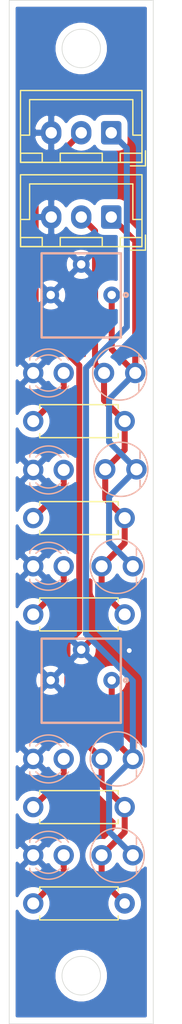
<source format=kicad_pcb>
(kicad_pcb (version 20171130) (host pcbnew "(5.1.8)-1")

  (general
    (thickness 1.6)
    (drawings 6)
    (tracks 58)
    (zones 0)
    (modules 19)
    (nets 11)
  )

  (page A4)
  (layers
    (0 F.Cu signal)
    (31 B.Cu signal)
    (32 B.Adhes user)
    (33 F.Adhes user)
    (34 B.Paste user)
    (35 F.Paste user)
    (36 B.SilkS user)
    (37 F.SilkS user)
    (38 B.Mask user)
    (39 F.Mask user)
    (40 Dwgs.User user)
    (41 Cmts.User user)
    (42 Eco1.User user)
    (43 Eco2.User user)
    (44 Edge.Cuts user)
    (45 Margin user)
    (46 B.CrtYd user)
    (47 F.CrtYd user)
    (48 B.Fab user)
    (49 F.Fab user)
  )

  (setup
    (last_trace_width 0.5)
    (user_trace_width 0.5)
    (trace_clearance 0.2)
    (zone_clearance 0.508)
    (zone_45_only no)
    (trace_min 0.2)
    (via_size 0.8)
    (via_drill 0.4)
    (via_min_size 0.4)
    (via_min_drill 0.3)
    (uvia_size 0.3)
    (uvia_drill 0.1)
    (uvias_allowed no)
    (uvia_min_size 0.2)
    (uvia_min_drill 0.1)
    (edge_width 0.05)
    (segment_width 0.2)
    (pcb_text_width 0.3)
    (pcb_text_size 1.5 1.5)
    (mod_edge_width 0.12)
    (mod_text_size 1 1)
    (mod_text_width 0.15)
    (pad_size 1.7 1.7)
    (pad_drill 1)
    (pad_to_mask_clearance 0)
    (aux_axis_origin 150 135)
    (grid_origin 150 135)
    (visible_elements FFFFFFFF)
    (pcbplotparams
      (layerselection 0x010fc_ffffffff)
      (usegerberextensions false)
      (usegerberattributes true)
      (usegerberadvancedattributes true)
      (creategerberjobfile true)
      (excludeedgelayer true)
      (linewidth 0.100000)
      (plotframeref false)
      (viasonmask false)
      (mode 1)
      (useauxorigin false)
      (hpglpennumber 1)
      (hpglpenspeed 20)
      (hpglpendiameter 15.000000)
      (psnegative false)
      (psa4output false)
      (plotreference true)
      (plotvalue true)
      (plotinvisibletext false)
      (padsonsilk false)
      (subtractmaskfromsilk false)
      (outputformat 1)
      (mirror false)
      (drillshape 1)
      (scaleselection 1)
      (outputdirectory ""))
  )

  (net 0 "")
  (net 1 "Net-(D1-Pad2)")
  (net 2 "Net-(D1-Pad1)")
  (net 3 "Net-(D2-Pad2)")
  (net 4 "Net-(D3-Pad2)")
  (net 5 "Net-(D4-Pad2)")
  (net 6 "Net-(D5-Pad2)")
  (net 7 "Net-(J1-Pad1)")
  (net 8 "Net-(J1-Pad2)")
  (net 9 "Net-(J3-Pad2)")
  (net 10 "Net-(J3-Pad1)")

  (net_class Default "This is the default net class."
    (clearance 0.2)
    (trace_width 0.25)
    (via_dia 0.8)
    (via_drill 0.4)
    (uvia_dia 0.3)
    (uvia_drill 0.1)
    (add_net "Net-(D1-Pad1)")
    (add_net "Net-(D1-Pad2)")
    (add_net "Net-(D2-Pad2)")
    (add_net "Net-(D3-Pad2)")
    (add_net "Net-(D4-Pad2)")
    (add_net "Net-(D5-Pad2)")
    (add_net "Net-(J1-Pad1)")
    (add_net "Net-(J1-Pad2)")
    (add_net "Net-(J3-Pad1)")
    (add_net "Net-(J3-Pad2)")
  )

  (module LED_THT:LED_D3.0mm_Clear (layer B.Cu) (tedit 60914D30) (tstamp 60919552)
    (at 152 80.95)
    (descr "IR-LED, diameter 3.0mm, 2 pins, color: clear")
    (tags "IR infrared LED diameter 3.0mm 2 pins clear")
    (path /6090405E)
    (fp_text reference D1 (at 1.27 2.96) (layer Cmts.User)
      (effects (font (size 1 1) (thickness 0.15)) (justify mirror))
    )
    (fp_text value LED (at 1.27 -3.05) (layer B.Fab)
      (effects (font (size 1 1) (thickness 0.15)) (justify mirror))
    )
    (fp_arc (start 1.27 0) (end 0.229039 -1.08) (angle 87.9) (layer B.SilkS) (width 0.12))
    (fp_arc (start 1.27 0) (end 0.229039 1.08) (angle -87.9) (layer B.SilkS) (width 0.12))
    (fp_arc (start 1.27 0) (end -0.29 -1.235516) (angle 108.8) (layer B.SilkS) (width 0.12))
    (fp_arc (start 1.27 0) (end -0.29 1.235516) (angle -108.8) (layer B.SilkS) (width 0.12))
    (fp_arc (start 1.27 0) (end -0.23 1.16619) (angle -284.3) (layer B.Fab) (width 0.1))
    (fp_text user %R (at 1.27 0) (layer B.Fab)
      (effects (font (size 0.8 0.8) (thickness 0.12)) (justify mirror))
    )
    (fp_line (start -0.23 1.16619) (end -0.23 -1.16619) (layer B.Fab) (width 0.1))
    (fp_line (start -0.29 1.236) (end -0.29 1.08) (layer B.SilkS) (width 0.12))
    (fp_line (start -0.29 -1.08) (end -0.29 -1.236) (layer B.SilkS) (width 0.12))
    (fp_line (start -1.15 2.25) (end -1.15 -2.25) (layer B.CrtYd) (width 0.05))
    (fp_line (start -1.15 -2.25) (end 3.7 -2.25) (layer B.CrtYd) (width 0.05))
    (fp_line (start 3.7 -2.25) (end 3.7 2.25) (layer B.CrtYd) (width 0.05))
    (fp_line (start 3.7 2.25) (end -1.15 2.25) (layer B.CrtYd) (width 0.05))
    (fp_circle (center 1.27 0) (end 2.77 0) (layer B.Fab) (width 0.1))
    (pad 2 thru_hole circle (at 2.54 0) (size 1.7 1.7) (drill 1) (layers *.Cu *.Mask)
      (net 1 "Net-(D1-Pad2)"))
    (pad 1 thru_hole circle (at 0 0) (size 1.7 1.7) (drill 1) (layers *.Cu *.Mask)
      (net 2 "Net-(D1-Pad1)"))
    (model ${KISYS3DMOD}/LED_THT.3dshapes/LED_D3.0mm_Clear.wrl
      (at (xyz 0 0 0))
      (scale (xyz 1 1 1))
      (rotate (xyz 0 0 0))
    )
  )

  (module LED_THT:LED_D3.0mm_Clear (layer B.Cu) (tedit 60914D4B) (tstamp 60919566)
    (at 152 89)
    (descr "IR-LED, diameter 3.0mm, 2 pins, color: clear")
    (tags "IR infrared LED diameter 3.0mm 2 pins clear")
    (path /60905633)
    (fp_text reference D2 (at 1.27 2.96) (layer Cmts.User)
      (effects (font (size 1 1) (thickness 0.15)) (justify mirror))
    )
    (fp_text value LED (at 1.27 -2.96) (layer B.Fab)
      (effects (font (size 1 1) (thickness 0.15)) (justify mirror))
    )
    (fp_circle (center 1.27 0) (end 2.77 0) (layer B.Fab) (width 0.1))
    (fp_line (start 3.7 2.25) (end -1.15 2.25) (layer B.CrtYd) (width 0.05))
    (fp_line (start 3.7 -2.25) (end 3.7 2.25) (layer B.CrtYd) (width 0.05))
    (fp_line (start -1.15 -2.25) (end 3.7 -2.25) (layer B.CrtYd) (width 0.05))
    (fp_line (start -1.15 2.25) (end -1.15 -2.25) (layer B.CrtYd) (width 0.05))
    (fp_line (start -0.29 -1.08) (end -0.29 -1.236) (layer B.SilkS) (width 0.12))
    (fp_line (start -0.29 1.236) (end -0.29 1.08) (layer B.SilkS) (width 0.12))
    (fp_line (start -0.23 1.16619) (end -0.23 -1.16619) (layer B.Fab) (width 0.1))
    (fp_text user %R (at 1.47 0) (layer B.Fab)
      (effects (font (size 0.8 0.8) (thickness 0.12)) (justify mirror))
    )
    (fp_arc (start 1.27 0) (end -0.23 1.16619) (angle -284.3) (layer B.Fab) (width 0.1))
    (fp_arc (start 1.27 0) (end -0.29 1.235516) (angle -108.8) (layer B.SilkS) (width 0.12))
    (fp_arc (start 1.27 0) (end -0.29 -1.235516) (angle 108.8) (layer B.SilkS) (width 0.12))
    (fp_arc (start 1.27 0) (end 0.229039 1.08) (angle -87.9) (layer B.SilkS) (width 0.12))
    (fp_arc (start 1.27 0) (end 0.229039 -1.08) (angle 87.9) (layer B.SilkS) (width 0.12))
    (pad 1 thru_hole circle (at 0 0) (size 1.7 1.7) (drill 1) (layers *.Cu *.Mask)
      (net 2 "Net-(D1-Pad1)"))
    (pad 2 thru_hole circle (at 2.54 0) (size 1.7 1.7) (drill 1) (layers *.Cu *.Mask)
      (net 3 "Net-(D2-Pad2)"))
    (model ${KISYS3DMOD}/LED_THT.3dshapes/LED_D3.0mm_Clear.wrl
      (at (xyz 0 0 0))
      (scale (xyz 1 1 1))
      (rotate (xyz 0 0 0))
    )
  )

  (module LED_THT:LED_D3.0mm_Clear (layer B.Cu) (tedit 60914D76) (tstamp 6091957A)
    (at 152 97)
    (descr "IR-LED, diameter 3.0mm, 2 pins, color: clear")
    (tags "IR infrared LED diameter 3.0mm 2 pins clear")
    (path /6093699B)
    (fp_text reference D3 (at 1.27 2.96) (layer Cmts.User)
      (effects (font (size 1 1) (thickness 0.15)) (justify mirror))
    )
    (fp_text value LED (at 1.27 -2.96) (layer B.Fab)
      (effects (font (size 1 1) (thickness 0.15)) (justify mirror))
    )
    (fp_arc (start 1.27 0) (end 0.229039 -1.08) (angle 87.9) (layer B.SilkS) (width 0.12))
    (fp_arc (start 1.27 0) (end 0.229039 1.08) (angle -87.9) (layer B.SilkS) (width 0.12))
    (fp_arc (start 1.27 0) (end -0.29 -1.235516) (angle 108.8) (layer B.SilkS) (width 0.12))
    (fp_arc (start 1.27 0) (end -0.29 1.235516) (angle -108.8) (layer B.SilkS) (width 0.12))
    (fp_arc (start 1.27 0) (end -0.23 1.16619) (angle -284.3) (layer B.Fab) (width 0.1))
    (fp_text user %R (at 1.47 0 -90) (layer F.Fab)
      (effects (font (size 0.8 0.8) (thickness 0.12)))
    )
    (fp_line (start -0.23 1.16619) (end -0.23 -1.16619) (layer B.Fab) (width 0.1))
    (fp_line (start -0.29 1.236) (end -0.29 1.08) (layer B.SilkS) (width 0.12))
    (fp_line (start -0.29 -1.08) (end -0.29 -1.236) (layer B.SilkS) (width 0.12))
    (fp_line (start -1.15 2.25) (end -1.15 -2.25) (layer B.CrtYd) (width 0.05))
    (fp_line (start -1.15 -2.25) (end 3.7 -2.25) (layer B.CrtYd) (width 0.05))
    (fp_line (start 3.7 -2.25) (end 3.7 2.25) (layer B.CrtYd) (width 0.05))
    (fp_line (start 3.7 2.25) (end -1.15 2.25) (layer B.CrtYd) (width 0.05))
    (fp_circle (center 1.27 0) (end 2.77 0) (layer B.Fab) (width 0.1))
    (pad 2 thru_hole circle (at 2.54 0) (size 1.7 1.7) (drill 1) (layers *.Cu *.Mask)
      (net 4 "Net-(D3-Pad2)"))
    (pad 1 thru_hole circle (at 0 0) (size 1.7 1.7) (drill 1) (layers *.Cu *.Mask)
      (net 2 "Net-(D1-Pad1)"))
    (model ${KISYS3DMOD}/LED_THT.3dshapes/LED_D3.0mm_Clear.wrl
      (at (xyz 0 0 0))
      (scale (xyz 1 1 1))
      (rotate (xyz 0 0 0))
    )
  )

  (module LED_THT:LED_D3.0mm_Clear (layer B.Cu) (tedit 60914DD0) (tstamp 6091958E)
    (at 152 113)
    (descr "IR-LED, diameter 3.0mm, 2 pins, color: clear")
    (tags "IR infrared LED diameter 3.0mm 2 pins clear")
    (path /609369A1)
    (fp_text reference D4 (at 1.27 2.96) (layer Cmts.User)
      (effects (font (size 1 1) (thickness 0.15)) (justify mirror))
    )
    (fp_text value LED (at 1.27 -2.96) (layer B.Fab)
      (effects (font (size 1 1) (thickness 0.15)) (justify mirror))
    )
    (fp_circle (center 1.27 0) (end 2.77 0) (layer B.Fab) (width 0.1))
    (fp_line (start 3.7 2.25) (end -1.15 2.25) (layer B.CrtYd) (width 0.05))
    (fp_line (start 3.7 -2.25) (end 3.7 2.25) (layer B.CrtYd) (width 0.05))
    (fp_line (start -1.15 -2.25) (end 3.7 -2.25) (layer B.CrtYd) (width 0.05))
    (fp_line (start -1.15 2.25) (end -1.15 -2.25) (layer B.CrtYd) (width 0.05))
    (fp_line (start -0.29 -1.08) (end -0.29 -1.236) (layer B.SilkS) (width 0.12))
    (fp_line (start -0.29 1.236) (end -0.29 1.08) (layer B.SilkS) (width 0.12))
    (fp_line (start -0.23 1.16619) (end -0.23 -1.16619) (layer B.Fab) (width 0.1))
    (fp_text user %R (at 1.47 0) (layer B.Fab)
      (effects (font (size 0.8 0.8) (thickness 0.12)) (justify mirror))
    )
    (fp_arc (start 1.27 0) (end -0.23 1.16619) (angle -284.3) (layer B.Fab) (width 0.1))
    (fp_arc (start 1.27 0) (end -0.29 1.235516) (angle -108.8) (layer B.SilkS) (width 0.12))
    (fp_arc (start 1.27 0) (end -0.29 -1.235516) (angle 108.8) (layer B.SilkS) (width 0.12))
    (fp_arc (start 1.27 0) (end 0.229039 1.08) (angle -87.9) (layer B.SilkS) (width 0.12))
    (fp_arc (start 1.27 0) (end 0.229039 -1.08) (angle 87.9) (layer B.SilkS) (width 0.12))
    (pad 1 thru_hole circle (at 0 0) (size 1.7 1.7) (drill 1) (layers *.Cu *.Mask)
      (net 2 "Net-(D1-Pad1)"))
    (pad 2 thru_hole circle (at 2.54 0) (size 1.7 1.7) (drill 1) (layers *.Cu *.Mask)
      (net 5 "Net-(D4-Pad2)"))
    (model ${KISYS3DMOD}/LED_THT.3dshapes/LED_D3.0mm_Clear.wrl
      (at (xyz 0 0 0))
      (scale (xyz 1 1 1))
      (rotate (xyz 0 0 0))
    )
  )

  (module Connector_JST:JST_XH_B3B-XH-A_1x03_P2.50mm_Vertical (layer F.Cu) (tedit 5C28146C) (tstamp 60919634)
    (at 158.5 68 180)
    (descr "JST XH series connector, B3B-XH-A (http://www.jst-mfg.com/product/pdf/eng/eXH.pdf), generated with kicad-footprint-generator")
    (tags "connector JST XH vertical")
    (path /60908B7C)
    (fp_text reference J3 (at 2.5 -3.55) (layer Cmts.User)
      (effects (font (size 1 1) (thickness 0.15)))
    )
    (fp_text value Conn_01x03_Male (at 2.5 4.6) (layer F.Fab)
      (effects (font (size 1 1) (thickness 0.15)))
    )
    (fp_text user %R (at 2.5 2.7) (layer F.Fab)
      (effects (font (size 1 1) (thickness 0.15)))
    )
    (fp_line (start -2.45 -2.35) (end -2.45 3.4) (layer F.Fab) (width 0.1))
    (fp_line (start -2.45 3.4) (end 7.45 3.4) (layer F.Fab) (width 0.1))
    (fp_line (start 7.45 3.4) (end 7.45 -2.35) (layer F.Fab) (width 0.1))
    (fp_line (start 7.45 -2.35) (end -2.45 -2.35) (layer F.Fab) (width 0.1))
    (fp_line (start -2.56 -2.46) (end -2.56 3.51) (layer F.SilkS) (width 0.12))
    (fp_line (start -2.56 3.51) (end 7.56 3.51) (layer F.SilkS) (width 0.12))
    (fp_line (start 7.56 3.51) (end 7.56 -2.46) (layer F.SilkS) (width 0.12))
    (fp_line (start 7.56 -2.46) (end -2.56 -2.46) (layer F.SilkS) (width 0.12))
    (fp_line (start -2.95 -2.85) (end -2.95 3.9) (layer F.CrtYd) (width 0.05))
    (fp_line (start -2.95 3.9) (end 7.95 3.9) (layer F.CrtYd) (width 0.05))
    (fp_line (start 7.95 3.9) (end 7.95 -2.85) (layer F.CrtYd) (width 0.05))
    (fp_line (start 7.95 -2.85) (end -2.95 -2.85) (layer F.CrtYd) (width 0.05))
    (fp_line (start -0.625 -2.35) (end 0 -1.35) (layer F.Fab) (width 0.1))
    (fp_line (start 0 -1.35) (end 0.625 -2.35) (layer F.Fab) (width 0.1))
    (fp_line (start 0.75 -2.45) (end 0.75 -1.7) (layer F.SilkS) (width 0.12))
    (fp_line (start 0.75 -1.7) (end 4.25 -1.7) (layer F.SilkS) (width 0.12))
    (fp_line (start 4.25 -1.7) (end 4.25 -2.45) (layer F.SilkS) (width 0.12))
    (fp_line (start 4.25 -2.45) (end 0.75 -2.45) (layer F.SilkS) (width 0.12))
    (fp_line (start -2.55 -2.45) (end -2.55 -1.7) (layer F.SilkS) (width 0.12))
    (fp_line (start -2.55 -1.7) (end -0.75 -1.7) (layer F.SilkS) (width 0.12))
    (fp_line (start -0.75 -1.7) (end -0.75 -2.45) (layer F.SilkS) (width 0.12))
    (fp_line (start -0.75 -2.45) (end -2.55 -2.45) (layer F.SilkS) (width 0.12))
    (fp_line (start 5.75 -2.45) (end 5.75 -1.7) (layer F.SilkS) (width 0.12))
    (fp_line (start 5.75 -1.7) (end 7.55 -1.7) (layer F.SilkS) (width 0.12))
    (fp_line (start 7.55 -1.7) (end 7.55 -2.45) (layer F.SilkS) (width 0.12))
    (fp_line (start 7.55 -2.45) (end 5.75 -2.45) (layer F.SilkS) (width 0.12))
    (fp_line (start -2.55 -0.2) (end -1.8 -0.2) (layer F.SilkS) (width 0.12))
    (fp_line (start -1.8 -0.2) (end -1.8 2.75) (layer F.SilkS) (width 0.12))
    (fp_line (start -1.8 2.75) (end 2.5 2.75) (layer F.SilkS) (width 0.12))
    (fp_line (start 7.55 -0.2) (end 6.8 -0.2) (layer F.SilkS) (width 0.12))
    (fp_line (start 6.8 -0.2) (end 6.8 2.75) (layer F.SilkS) (width 0.12))
    (fp_line (start 6.8 2.75) (end 2.5 2.75) (layer F.SilkS) (width 0.12))
    (fp_line (start -1.6 -2.75) (end -2.85 -2.75) (layer F.SilkS) (width 0.12))
    (fp_line (start -2.85 -2.75) (end -2.85 -1.5) (layer F.SilkS) (width 0.12))
    (pad 3 thru_hole oval (at 5 0 180) (size 1.7 1.95) (drill 0.95) (layers *.Cu *.Mask)
      (net 2 "Net-(D1-Pad1)"))
    (pad 2 thru_hole oval (at 2.5 0 180) (size 1.7 1.95) (drill 0.95) (layers *.Cu *.Mask)
      (net 9 "Net-(J3-Pad2)"))
    (pad 1 thru_hole roundrect (at 0 0 180) (size 1.7 1.95) (drill 0.95) (layers *.Cu *.Mask) (roundrect_rratio 0.147059)
      (net 10 "Net-(J3-Pad1)"))
    (model ${KISYS3DMOD}/Connector_JST.3dshapes/JST_XH_B3B-XH-A_1x03_P2.50mm_Vertical.wrl
      (at (xyz 0 0 0))
      (scale (xyz 1 1 1))
      (rotate (xyz 0 0 0))
    )
  )

  (module NJL7502L:NJL7502L (layer B.Cu) (tedit 60914CC2) (tstamp 6091963D)
    (at 159.2 80.95)
    (path /608FE2AD)
    (fp_text reference Q1 (at 0.2 3) (layer Cmts.User)
      (effects (font (size 1 1) (thickness 0.15)) (justify mirror))
    )
    (fp_text value Q_Photo_NPN (at 0 4.3) (layer B.Fab)
      (effects (font (size 1 1) (thickness 0.15)) (justify mirror))
    )
    (fp_circle (center 0 0) (end 2.25 0) (layer B.SilkS) (width 0.12))
    (fp_line (start 1.6 1.5) (end 1.6 0.9) (layer B.SilkS) (width 0.12))
    (fp_line (start 1.6 -1.5) (end 1.6 -0.9) (layer B.SilkS) (width 0.12))
    (pad 1 thru_hole circle (at -1.3 0) (size 1.7 1.7) (drill 1) (layers *.Cu *.Mask)
      (net 9 "Net-(J3-Pad2)"))
    (pad 2 thru_hole circle (at 1.3 0) (size 1.7 1.7) (drill 1) (layers *.Cu *.Mask)
      (net 10 "Net-(J3-Pad1)"))
  )

  (module NJL7502L:NJL7502L (layer B.Cu) (tedit 60908D57) (tstamp 60919646)
    (at 159.3 88.95)
    (path /608FF5D7)
    (fp_text reference Q2 (at 0.2 3) (layer Cmts.User)
      (effects (font (size 1 1) (thickness 0.15)) (justify mirror))
    )
    (fp_text value Q_Photo_NPN (at 0 4.3) (layer B.Fab)
      (effects (font (size 1 1) (thickness 0.15)) (justify mirror))
    )
    (fp_line (start 1.6 -1.5) (end 1.6 -0.9) (layer B.SilkS) (width 0.12))
    (fp_line (start 1.6 1.5) (end 1.6 0.9) (layer B.SilkS) (width 0.12))
    (fp_circle (center 0 0) (end 2.25 0) (layer B.SilkS) (width 0.12))
    (pad 2 thru_hole circle (at 1.3 0) (size 1.7 1.7) (drill 1) (layers *.Cu *.Mask)
      (net 10 "Net-(J3-Pad1)"))
    (pad 1 thru_hole circle (at -1.3 0) (size 1.7 1.7) (drill 1) (layers *.Cu *.Mask)
      (net 9 "Net-(J3-Pad2)"))
  )

  (module NJL7502L:NJL7502L (layer B.Cu) (tedit 60908D57) (tstamp 6091964F)
    (at 159 97)
    (path /6093698F)
    (fp_text reference Q3 (at 0.2 3) (layer Cmts.User)
      (effects (font (size 1 1) (thickness 0.15)) (justify mirror))
    )
    (fp_text value Q_Photo_NPN (at 0 4.3) (layer B.Fab)
      (effects (font (size 1 1) (thickness 0.15)) (justify mirror))
    )
    (fp_line (start 1.6 -1.5) (end 1.6 -0.9) (layer B.SilkS) (width 0.12))
    (fp_line (start 1.6 1.5) (end 1.6 0.9) (layer B.SilkS) (width 0.12))
    (fp_circle (center 0 0) (end 2.25 0) (layer B.SilkS) (width 0.12))
    (pad 2 thru_hole circle (at 1.3 0) (size 1.7 1.7) (drill 1) (layers *.Cu *.Mask)
      (net 10 "Net-(J3-Pad1)"))
    (pad 1 thru_hole circle (at -1.3 0) (size 1.7 1.7) (drill 1) (layers *.Cu *.Mask)
      (net 9 "Net-(J3-Pad2)"))
  )

  (module NJL7502L:NJL7502L (layer B.Cu) (tedit 60908D57) (tstamp 60919658)
    (at 159 113)
    (path /60936995)
    (fp_text reference Q4 (at 0.2 3) (layer Cmts.User)
      (effects (font (size 1 1) (thickness 0.15)) (justify mirror))
    )
    (fp_text value Q_Photo_NPN (at 0 4.3) (layer B.Fab)
      (effects (font (size 1 1) (thickness 0.15)) (justify mirror))
    )
    (fp_circle (center 0 0) (end 2.25 0) (layer B.SilkS) (width 0.12))
    (fp_line (start 1.6 1.5) (end 1.6 0.9) (layer B.SilkS) (width 0.12))
    (fp_line (start 1.6 -1.5) (end 1.6 -0.9) (layer B.SilkS) (width 0.12))
    (pad 1 thru_hole circle (at -1.3 0) (size 1.7 1.7) (drill 1) (layers *.Cu *.Mask)
      (net 8 "Net-(J1-Pad2)"))
    (pad 2 thru_hole circle (at 1.3 0) (size 1.7 1.7) (drill 1) (layers *.Cu *.Mask)
      (net 7 "Net-(J1-Pad1)"))
  )

  (module Resistor_THT:R_Axial_DIN0207_L6.3mm_D2.5mm_P7.62mm_Horizontal (layer F.Cu) (tedit 60914D39) (tstamp 60919681)
    (at 152 84.95)
    (descr "Resistor, Axial_DIN0207 series, Axial, Horizontal, pin pitch=7.62mm, 0.25W = 1/4W, length*diameter=6.3*2.5mm^2, http://cdn-reichelt.de/documents/datenblatt/B400/1_4W%23YAG.pdf")
    (tags "Resistor Axial_DIN0207 series Axial Horizontal pin pitch 7.62mm 0.25W = 1/4W length 6.3mm diameter 2.5mm")
    (path /6090C669)
    (fp_text reference R1 (at 3.81 -2.37) (layer Cmts.User)
      (effects (font (size 1 1) (thickness 0.15)))
    )
    (fp_text value R (at 3.81 2.37) (layer F.Fab)
      (effects (font (size 1 1) (thickness 0.15)))
    )
    (fp_line (start 8.67 -1.5) (end -1.05 -1.5) (layer F.CrtYd) (width 0.05))
    (fp_line (start 8.67 1.5) (end 8.67 -1.5) (layer F.CrtYd) (width 0.05))
    (fp_line (start -1.05 1.5) (end 8.67 1.5) (layer F.CrtYd) (width 0.05))
    (fp_line (start -1.05 -1.5) (end -1.05 1.5) (layer F.CrtYd) (width 0.05))
    (fp_line (start 7.08 1.37) (end 7.08 1.04) (layer F.SilkS) (width 0.12))
    (fp_line (start 0.54 1.37) (end 7.08 1.37) (layer F.SilkS) (width 0.12))
    (fp_line (start 0.54 1.04) (end 0.54 1.37) (layer F.SilkS) (width 0.12))
    (fp_line (start 7.08 -1.37) (end 7.08 -1.04) (layer F.SilkS) (width 0.12))
    (fp_line (start 0.54 -1.37) (end 7.08 -1.37) (layer F.SilkS) (width 0.12))
    (fp_line (start 0.54 -1.04) (end 0.54 -1.37) (layer F.SilkS) (width 0.12))
    (fp_line (start 7.62 0) (end 6.96 0) (layer F.Fab) (width 0.1))
    (fp_line (start 0 0) (end 0.66 0) (layer F.Fab) (width 0.1))
    (fp_line (start 6.96 -1.25) (end 0.66 -1.25) (layer F.Fab) (width 0.1))
    (fp_line (start 6.96 1.25) (end 6.96 -1.25) (layer F.Fab) (width 0.1))
    (fp_line (start 0.66 1.25) (end 6.96 1.25) (layer F.Fab) (width 0.1))
    (fp_line (start 0.66 -1.25) (end 0.66 1.25) (layer F.Fab) (width 0.1))
    (fp_text user %R (at 3.81 0) (layer F.Fab)
      (effects (font (size 1 1) (thickness 0.15)))
    )
    (pad 1 thru_hole circle (at 0 0) (size 1.7 1.7) (drill 1) (layers *.Cu *.Mask)
      (net 1 "Net-(D1-Pad2)"))
    (pad 2 thru_hole circle (at 7.62 0) (size 1.7 1.7) (drill 1) (layers *.Cu *.Mask)
      (net 9 "Net-(J3-Pad2)"))
    (model ${KISYS3DMOD}/Resistor_THT.3dshapes/R_Axial_DIN0207_L6.3mm_D2.5mm_P7.62mm_Horizontal.wrl
      (at (xyz 0 0 0))
      (scale (xyz 1 1 1))
      (rotate (xyz 0 0 0))
    )
  )

  (module Resistor_THT:R_Axial_DIN0207_L6.3mm_D2.5mm_P7.62mm_Horizontal (layer F.Cu) (tedit 60914D5F) (tstamp 60919698)
    (at 152 93)
    (descr "Resistor, Axial_DIN0207 series, Axial, Horizontal, pin pitch=7.62mm, 0.25W = 1/4W, length*diameter=6.3*2.5mm^2, http://cdn-reichelt.de/documents/datenblatt/B400/1_4W%23YAG.pdf")
    (tags "Resistor Axial_DIN0207 series Axial Horizontal pin pitch 7.62mm 0.25W = 1/4W length 6.3mm diameter 2.5mm")
    (path /6090D60E)
    (fp_text reference R2 (at 3.81 -2.37) (layer Cmts.User)
      (effects (font (size 1 1) (thickness 0.15)))
    )
    (fp_text value R (at 3.81 2.37) (layer F.Fab)
      (effects (font (size 1 1) (thickness 0.15)))
    )
    (fp_text user %R (at 3.81 0) (layer F.Fab)
      (effects (font (size 1 1) (thickness 0.15)))
    )
    (fp_line (start 0.66 -1.25) (end 0.66 1.25) (layer F.Fab) (width 0.1))
    (fp_line (start 0.66 1.25) (end 6.96 1.25) (layer F.Fab) (width 0.1))
    (fp_line (start 6.96 1.25) (end 6.96 -1.25) (layer F.Fab) (width 0.1))
    (fp_line (start 6.96 -1.25) (end 0.66 -1.25) (layer F.Fab) (width 0.1))
    (fp_line (start 0 0) (end 0.66 0) (layer F.Fab) (width 0.1))
    (fp_line (start 7.62 0) (end 6.96 0) (layer F.Fab) (width 0.1))
    (fp_line (start 0.54 -1.04) (end 0.54 -1.37) (layer F.SilkS) (width 0.12))
    (fp_line (start 0.54 -1.37) (end 7.08 -1.37) (layer F.SilkS) (width 0.12))
    (fp_line (start 7.08 -1.37) (end 7.08 -1.04) (layer F.SilkS) (width 0.12))
    (fp_line (start 0.54 1.04) (end 0.54 1.37) (layer F.SilkS) (width 0.12))
    (fp_line (start 0.54 1.37) (end 7.08 1.37) (layer F.SilkS) (width 0.12))
    (fp_line (start 7.08 1.37) (end 7.08 1.04) (layer F.SilkS) (width 0.12))
    (fp_line (start -1.05 -1.5) (end -1.05 1.5) (layer F.CrtYd) (width 0.05))
    (fp_line (start -1.05 1.5) (end 8.67 1.5) (layer F.CrtYd) (width 0.05))
    (fp_line (start 8.67 1.5) (end 8.67 -1.5) (layer F.CrtYd) (width 0.05))
    (fp_line (start 8.67 -1.5) (end -1.05 -1.5) (layer F.CrtYd) (width 0.05))
    (pad 2 thru_hole circle (at 7.62 0) (size 1.7 1.7) (drill 1) (layers *.Cu *.Mask)
      (net 9 "Net-(J3-Pad2)"))
    (pad 1 thru_hole circle (at 0 0) (size 1.7 1.7) (drill 1) (layers *.Cu *.Mask)
      (net 3 "Net-(D2-Pad2)"))
    (model ${KISYS3DMOD}/Resistor_THT.3dshapes/R_Axial_DIN0207_L6.3mm_D2.5mm_P7.62mm_Horizontal.wrl
      (at (xyz 0 0 0))
      (scale (xyz 1 1 1))
      (rotate (xyz 0 0 0))
    )
  )

  (module Resistor_THT:R_Axial_DIN0207_L6.3mm_D2.5mm_P7.62mm_Horizontal (layer F.Cu) (tedit 60914D8D) (tstamp 609196AF)
    (at 152 101)
    (descr "Resistor, Axial_DIN0207 series, Axial, Horizontal, pin pitch=7.62mm, 0.25W = 1/4W, length*diameter=6.3*2.5mm^2, http://cdn-reichelt.de/documents/datenblatt/B400/1_4W%23YAG.pdf")
    (tags "Resistor Axial_DIN0207 series Axial Horizontal pin pitch 7.62mm 0.25W = 1/4W length 6.3mm diameter 2.5mm")
    (path /609369AD)
    (fp_text reference R3 (at 3.81 -2.37) (layer Cmts.User)
      (effects (font (size 1 1) (thickness 0.15)))
    )
    (fp_text value R (at 3.81 2.37) (layer F.Fab)
      (effects (font (size 1 1) (thickness 0.15)))
    )
    (fp_text user %R (at 3.81 0) (layer F.Fab)
      (effects (font (size 1 1) (thickness 0.15)))
    )
    (fp_line (start 0.66 -1.25) (end 0.66 1.25) (layer F.Fab) (width 0.1))
    (fp_line (start 0.66 1.25) (end 6.96 1.25) (layer F.Fab) (width 0.1))
    (fp_line (start 6.96 1.25) (end 6.96 -1.25) (layer F.Fab) (width 0.1))
    (fp_line (start 6.96 -1.25) (end 0.66 -1.25) (layer F.Fab) (width 0.1))
    (fp_line (start 0 0) (end 0.66 0) (layer F.Fab) (width 0.1))
    (fp_line (start 7.62 0) (end 6.96 0) (layer F.Fab) (width 0.1))
    (fp_line (start 0.54 -1.04) (end 0.54 -1.37) (layer F.SilkS) (width 0.12))
    (fp_line (start 0.54 -1.37) (end 7.08 -1.37) (layer F.SilkS) (width 0.12))
    (fp_line (start 7.08 -1.37) (end 7.08 -1.04) (layer F.SilkS) (width 0.12))
    (fp_line (start 0.54 1.04) (end 0.54 1.37) (layer F.SilkS) (width 0.12))
    (fp_line (start 0.54 1.37) (end 7.08 1.37) (layer F.SilkS) (width 0.12))
    (fp_line (start 7.08 1.37) (end 7.08 1.04) (layer F.SilkS) (width 0.12))
    (fp_line (start -1.05 -1.5) (end -1.05 1.5) (layer F.CrtYd) (width 0.05))
    (fp_line (start -1.05 1.5) (end 8.67 1.5) (layer F.CrtYd) (width 0.05))
    (fp_line (start 8.67 1.5) (end 8.67 -1.5) (layer F.CrtYd) (width 0.05))
    (fp_line (start 8.67 -1.5) (end -1.05 -1.5) (layer F.CrtYd) (width 0.05))
    (pad 2 thru_hole circle (at 7.62 0) (size 1.7 1.7) (drill 1) (layers *.Cu *.Mask)
      (net 9 "Net-(J3-Pad2)"))
    (pad 1 thru_hole circle (at 0 0) (size 1.7 1.7) (drill 1) (layers *.Cu *.Mask)
      (net 4 "Net-(D3-Pad2)"))
    (model ${KISYS3DMOD}/Resistor_THT.3dshapes/R_Axial_DIN0207_L6.3mm_D2.5mm_P7.62mm_Horizontal.wrl
      (at (xyz 0 0 0))
      (scale (xyz 1 1 1))
      (rotate (xyz 0 0 0))
    )
  )

  (module Resistor_THT:R_Axial_DIN0207_L6.3mm_D2.5mm_P7.62mm_Horizontal (layer F.Cu) (tedit 60914E88) (tstamp 609196C6)
    (at 152 117)
    (descr "Resistor, Axial_DIN0207 series, Axial, Horizontal, pin pitch=7.62mm, 0.25W = 1/4W, length*diameter=6.3*2.5mm^2, http://cdn-reichelt.de/documents/datenblatt/B400/1_4W%23YAG.pdf")
    (tags "Resistor Axial_DIN0207 series Axial Horizontal pin pitch 7.62mm 0.25W = 1/4W length 6.3mm diameter 2.5mm")
    (path /609369B3)
    (fp_text reference R4 (at 3.81 -2.37) (layer Cmts.User)
      (effects (font (size 1 1) (thickness 0.15)))
    )
    (fp_text value R (at 3.81 2.37) (layer F.Fab)
      (effects (font (size 1 1) (thickness 0.15)))
    )
    (fp_line (start 8.67 -1.5) (end -1.05 -1.5) (layer F.CrtYd) (width 0.05))
    (fp_line (start 8.67 1.5) (end 8.67 -1.5) (layer F.CrtYd) (width 0.05))
    (fp_line (start -1.05 1.5) (end 8.67 1.5) (layer F.CrtYd) (width 0.05))
    (fp_line (start -1.05 -1.5) (end -1.05 1.5) (layer F.CrtYd) (width 0.05))
    (fp_line (start 7.08 1.37) (end 7.08 1.04) (layer F.SilkS) (width 0.12))
    (fp_line (start 0.54 1.37) (end 7.08 1.37) (layer F.SilkS) (width 0.12))
    (fp_line (start 0.54 1.04) (end 0.54 1.37) (layer F.SilkS) (width 0.12))
    (fp_line (start 7.08 -1.37) (end 7.08 -1.04) (layer F.SilkS) (width 0.12))
    (fp_line (start 0.54 -1.37) (end 7.08 -1.37) (layer F.SilkS) (width 0.12))
    (fp_line (start 0.54 -1.04) (end 0.54 -1.37) (layer F.SilkS) (width 0.12))
    (fp_line (start 7.62 0) (end 6.96 0) (layer F.Fab) (width 0.1))
    (fp_line (start 0 0) (end 0.66 0) (layer F.Fab) (width 0.1))
    (fp_line (start 6.96 -1.25) (end 0.66 -1.25) (layer F.Fab) (width 0.1))
    (fp_line (start 6.96 1.25) (end 6.96 -1.25) (layer F.Fab) (width 0.1))
    (fp_line (start 0.66 1.25) (end 6.96 1.25) (layer F.Fab) (width 0.1))
    (fp_line (start 0.66 -1.25) (end 0.66 1.25) (layer F.Fab) (width 0.1))
    (fp_text user %R (at 3.81 0) (layer F.Fab)
      (effects (font (size 1 1) (thickness 0.15)))
    )
    (pad 1 thru_hole circle (at 0 0) (size 1.7 1.7) (drill 1) (layers *.Cu *.Mask)
      (net 5 "Net-(D4-Pad2)"))
    (pad 2 thru_hole circle (at 7.62 0) (size 1.7 1.7) (drill 1) (layers *.Cu *.Mask)
      (net 8 "Net-(J1-Pad2)"))
    (model ${KISYS3DMOD}/Resistor_THT.3dshapes/R_Axial_DIN0207_L6.3mm_D2.5mm_P7.62mm_Horizontal.wrl
      (at (xyz 0 0 0))
      (scale (xyz 1 1 1))
      (rotate (xyz 0 0 0))
    )
  )

  (module SamacSys_Parts:3362P_1 (layer B.Cu) (tedit 60914C7A) (tstamp 609196D7)
    (at 156 110 180)
    (descr 3362P)
    (tags Resistor)
    (path /609369C0)
    (fp_text reference R5 (at -0.36821 2.74963) (layer Cmts.User)
      (effects (font (size 1.27 1.27) (thickness 0.254)) (justify mirror))
    )
    (fp_text value 3362P-1-203LF (at -0.36821 2.74963) (layer B.SilkS) hide
      (effects (font (size 1.27 1.27) (thickness 0.254)) (justify mirror))
    )
    (fp_circle (center -3.722 3.532) (end -3.722 3.475) (layer B.SilkS) (width 0.2))
    (fp_line (start 3.3 6.99) (end -3.3 6.99) (layer B.SilkS) (width 0.2))
    (fp_line (start 3.3 0) (end 3.3 6.99) (layer B.SilkS) (width 0.2))
    (fp_line (start -3.3 0) (end 3.3 0) (layer B.SilkS) (width 0.2))
    (fp_line (start -3.3 6.99) (end -3.3 0) (layer B.SilkS) (width 0.2))
    (fp_line (start -3.3 0) (end -3.3 6.99) (layer B.Fab) (width 0.2))
    (fp_line (start 3.3 0) (end -3.3 0) (layer B.Fab) (width 0.2))
    (fp_line (start 3.3 6.99) (end 3.3 0) (layer B.Fab) (width 0.2))
    (fp_line (start -3.3 6.99) (end 3.3 6.99) (layer B.Fab) (width 0.2))
    (fp_text user %R (at -0.36821 2.74963) (layer B.Fab)
      (effects (font (size 1.27 1.27) (thickness 0.254)) (justify mirror))
    )
    (pad 1 thru_hole circle (at -2.54 3.53 180) (size 1.4 1.4) (drill 0.7) (layers *.Cu *.Mask)
      (net 7 "Net-(J1-Pad1)"))
    (pad 2 thru_hole circle (at 0 6.07 180) (size 1.4 1.4) (drill 0.7) (layers *.Cu *.Mask)
      (net 2 "Net-(D1-Pad1)"))
    (pad 3 thru_hole circle (at 2.54 3.53 180) (size 1.4 1.4) (drill 0.7) (layers *.Cu *.Mask)
      (net 2 "Net-(D1-Pad1)"))
    (model "C:\\Users\\Mitsuyoshi Sugaya\\Documents\\kicad\\SamacSys_Parts.3dshapes\\3362P-1-203LF.stp"
      (at (xyz 0 0 0))
      (scale (xyz 1 1 1))
      (rotate (xyz 0 0 0))
    )
  )

  (module SamacSys_Parts:3362P_1 (layer B.Cu) (tedit 60914CA1) (tstamp 609196FF)
    (at 156 78 180)
    (descr 3362P)
    (tags Resistor)
    (path /6090F75E)
    (fp_text reference R7 (at -0.36821 2.74963) (layer Cmts.User)
      (effects (font (size 1.27 1.27) (thickness 0.254)) (justify mirror))
    )
    (fp_text value 3362P-1-203LF (at -0.36821 2.74963) (layer B.SilkS) hide
      (effects (font (size 1.27 1.27) (thickness 0.254)) (justify mirror))
    )
    (fp_text user %R (at -0.36821 2.74963) (layer B.Fab)
      (effects (font (size 1.27 1.27) (thickness 0.254)) (justify mirror))
    )
    (fp_line (start -3.3 6.99) (end 3.3 6.99) (layer B.Fab) (width 0.2))
    (fp_line (start 3.3 6.99) (end 3.3 0) (layer B.Fab) (width 0.2))
    (fp_line (start 3.3 0) (end -3.3 0) (layer B.Fab) (width 0.2))
    (fp_line (start -3.3 0) (end -3.3 6.99) (layer B.Fab) (width 0.2))
    (fp_line (start -3.3 6.99) (end -3.3 0) (layer B.SilkS) (width 0.2))
    (fp_line (start -3.3 0) (end 3.3 0) (layer B.SilkS) (width 0.2))
    (fp_line (start 3.3 0) (end 3.3 6.99) (layer B.SilkS) (width 0.2))
    (fp_line (start 3.3 6.99) (end -3.3 6.99) (layer B.SilkS) (width 0.2))
    (fp_circle (center -3.722 3.532) (end -3.722 3.475) (layer B.SilkS) (width 0.2))
    (pad 3 thru_hole circle (at 2.54 3.53 180) (size 1.4 1.4) (drill 0.7) (layers *.Cu *.Mask)
      (net 2 "Net-(D1-Pad1)"))
    (pad 2 thru_hole circle (at 0 6.07 180) (size 1.4 1.4) (drill 0.7) (layers *.Cu *.Mask)
      (net 2 "Net-(D1-Pad1)"))
    (pad 1 thru_hole circle (at -2.54 3.53 180) (size 1.4 1.4) (drill 0.7) (layers *.Cu *.Mask)
      (net 10 "Net-(J3-Pad1)"))
    (model "C:\\Users\\Mitsuyoshi Sugaya\\Documents\\kicad\\SamacSys_Parts.3dshapes\\3362P-1-203LF.stp"
      (at (xyz 0 0 0))
      (scale (xyz 1 1 1))
      (rotate (xyz 0 0 0))
    )
  )

  (module Connector_JST:JST_XH_B3B-XH-A_1x03_P2.50mm_Vertical (layer F.Cu) (tedit 5C28146C) (tstamp 6091A083)
    (at 158.5 61 180)
    (descr "JST XH series connector, B3B-XH-A (http://www.jst-mfg.com/product/pdf/eng/eXH.pdf), generated with kicad-footprint-generator")
    (tags "connector JST XH vertical")
    (path /609369A7)
    (fp_text reference J1 (at 2.5 -3.55) (layer Cmts.User)
      (effects (font (size 1 1) (thickness 0.15)))
    )
    (fp_text value Conn_01x03_Male (at 2.5 4.6) (layer F.Fab)
      (effects (font (size 1 1) (thickness 0.15)))
    )
    (fp_line (start -2.85 -2.75) (end -2.85 -1.5) (layer F.SilkS) (width 0.12))
    (fp_line (start -1.6 -2.75) (end -2.85 -2.75) (layer F.SilkS) (width 0.12))
    (fp_line (start 6.8 2.75) (end 2.5 2.75) (layer F.SilkS) (width 0.12))
    (fp_line (start 6.8 -0.2) (end 6.8 2.75) (layer F.SilkS) (width 0.12))
    (fp_line (start 7.55 -0.2) (end 6.8 -0.2) (layer F.SilkS) (width 0.12))
    (fp_line (start -1.8 2.75) (end 2.5 2.75) (layer F.SilkS) (width 0.12))
    (fp_line (start -1.8 -0.2) (end -1.8 2.75) (layer F.SilkS) (width 0.12))
    (fp_line (start -2.55 -0.2) (end -1.8 -0.2) (layer F.SilkS) (width 0.12))
    (fp_line (start 7.55 -2.45) (end 5.75 -2.45) (layer F.SilkS) (width 0.12))
    (fp_line (start 7.55 -1.7) (end 7.55 -2.45) (layer F.SilkS) (width 0.12))
    (fp_line (start 5.75 -1.7) (end 7.55 -1.7) (layer F.SilkS) (width 0.12))
    (fp_line (start 5.75 -2.45) (end 5.75 -1.7) (layer F.SilkS) (width 0.12))
    (fp_line (start -0.75 -2.45) (end -2.55 -2.45) (layer F.SilkS) (width 0.12))
    (fp_line (start -0.75 -1.7) (end -0.75 -2.45) (layer F.SilkS) (width 0.12))
    (fp_line (start -2.55 -1.7) (end -0.75 -1.7) (layer F.SilkS) (width 0.12))
    (fp_line (start -2.55 -2.45) (end -2.55 -1.7) (layer F.SilkS) (width 0.12))
    (fp_line (start 4.25 -2.45) (end 0.75 -2.45) (layer F.SilkS) (width 0.12))
    (fp_line (start 4.25 -1.7) (end 4.25 -2.45) (layer F.SilkS) (width 0.12))
    (fp_line (start 0.75 -1.7) (end 4.25 -1.7) (layer F.SilkS) (width 0.12))
    (fp_line (start 0.75 -2.45) (end 0.75 -1.7) (layer F.SilkS) (width 0.12))
    (fp_line (start 0 -1.35) (end 0.625 -2.35) (layer F.Fab) (width 0.1))
    (fp_line (start -0.625 -2.35) (end 0 -1.35) (layer F.Fab) (width 0.1))
    (fp_line (start 7.95 -2.85) (end -2.95 -2.85) (layer F.CrtYd) (width 0.05))
    (fp_line (start 7.95 3.9) (end 7.95 -2.85) (layer F.CrtYd) (width 0.05))
    (fp_line (start -2.95 3.9) (end 7.95 3.9) (layer F.CrtYd) (width 0.05))
    (fp_line (start -2.95 -2.85) (end -2.95 3.9) (layer F.CrtYd) (width 0.05))
    (fp_line (start 7.56 -2.46) (end -2.56 -2.46) (layer F.SilkS) (width 0.12))
    (fp_line (start 7.56 3.51) (end 7.56 -2.46) (layer F.SilkS) (width 0.12))
    (fp_line (start -2.56 3.51) (end 7.56 3.51) (layer F.SilkS) (width 0.12))
    (fp_line (start -2.56 -2.46) (end -2.56 3.51) (layer F.SilkS) (width 0.12))
    (fp_line (start 7.45 -2.35) (end -2.45 -2.35) (layer F.Fab) (width 0.1))
    (fp_line (start 7.45 3.4) (end 7.45 -2.35) (layer F.Fab) (width 0.1))
    (fp_line (start -2.45 3.4) (end 7.45 3.4) (layer F.Fab) (width 0.1))
    (fp_line (start -2.45 -2.35) (end -2.45 3.4) (layer F.Fab) (width 0.1))
    (fp_text user %R (at 2.5 2.7) (layer F.Fab)
      (effects (font (size 1 1) (thickness 0.15)))
    )
    (pad 1 thru_hole roundrect (at 0 0 180) (size 1.7 1.95) (drill 0.95) (layers *.Cu *.Mask) (roundrect_rratio 0.147059)
      (net 7 "Net-(J1-Pad1)"))
    (pad 2 thru_hole oval (at 2.5 0 180) (size 1.7 1.95) (drill 0.95) (layers *.Cu *.Mask)
      (net 8 "Net-(J1-Pad2)"))
    (pad 3 thru_hole oval (at 5 0 180) (size 1.7 1.95) (drill 0.95) (layers *.Cu *.Mask)
      (net 2 "Net-(D1-Pad1)"))
    (model ${KISYS3DMOD}/Connector_JST.3dshapes/JST_XH_B3B-XH-A_1x03_P2.50mm_Vertical.wrl
      (at (xyz 0 0 0))
      (scale (xyz 1 1 1))
      (rotate (xyz 0 0 0))
    )
  )

  (module LED_THT:LED_D3.0mm_Clear (layer B.Cu) (tedit 60914DF2) (tstamp 6091A998)
    (at 152 121)
    (descr "IR-LED, diameter 3.0mm, 2 pins, color: clear")
    (tags "IR infrared LED diameter 3.0mm 2 pins clear")
    (path /609375E7)
    (fp_text reference D5 (at 1.27 2.96) (layer Cmts.User)
      (effects (font (size 1 1) (thickness 0.15)) (justify mirror))
    )
    (fp_text value LED (at 1.27 -2.96) (layer B.Fab)
      (effects (font (size 1 1) (thickness 0.15)) (justify mirror))
    )
    (fp_circle (center 1.27 0) (end 2.77 0) (layer B.Fab) (width 0.1))
    (fp_line (start 3.7 2.25) (end -1.15 2.25) (layer B.CrtYd) (width 0.05))
    (fp_line (start 3.7 -2.25) (end 3.7 2.25) (layer B.CrtYd) (width 0.05))
    (fp_line (start -1.15 -2.25) (end 3.7 -2.25) (layer B.CrtYd) (width 0.05))
    (fp_line (start -1.15 2.25) (end -1.15 -2.25) (layer B.CrtYd) (width 0.05))
    (fp_line (start -0.29 -1.08) (end -0.29 -1.236) (layer B.SilkS) (width 0.12))
    (fp_line (start -0.29 1.236) (end -0.29 1.08) (layer B.SilkS) (width 0.12))
    (fp_line (start -0.23 1.16619) (end -0.23 -1.16619) (layer B.Fab) (width 0.1))
    (fp_text user %R (at 1.47 0) (layer B.Fab)
      (effects (font (size 0.8 0.8) (thickness 0.12)) (justify mirror))
    )
    (fp_arc (start 1.27 0) (end -0.23 1.16619) (angle -284.3) (layer B.Fab) (width 0.1))
    (fp_arc (start 1.27 0) (end -0.29 1.235516) (angle -108.8) (layer B.SilkS) (width 0.12))
    (fp_arc (start 1.27 0) (end -0.29 -1.235516) (angle 108.8) (layer B.SilkS) (width 0.12))
    (fp_arc (start 1.27 0) (end 0.229039 1.08) (angle -87.9) (layer B.SilkS) (width 0.12))
    (fp_arc (start 1.27 0) (end 0.229039 -1.08) (angle 87.9) (layer B.SilkS) (width 0.12))
    (pad 1 thru_hole circle (at 0 0) (size 1.7 1.7) (drill 1) (layers *.Cu *.Mask)
      (net 2 "Net-(D1-Pad1)"))
    (pad 2 thru_hole circle (at 2.54 0) (size 1.7 1.7) (drill 1) (layers *.Cu *.Mask)
      (net 6 "Net-(D5-Pad2)"))
    (model ${KISYS3DMOD}/LED_THT.3dshapes/LED_D3.0mm_Clear.wrl
      (at (xyz 0 0 0))
      (scale (xyz 1 1 1))
      (rotate (xyz 0 0 0))
    )
  )

  (module Resistor_THT:R_Axial_DIN0207_L6.3mm_D2.5mm_P7.62mm_Horizontal (layer F.Cu) (tedit 60914E1C) (tstamp 6091A9AF)
    (at 152 125)
    (descr "Resistor, Axial_DIN0207 series, Axial, Horizontal, pin pitch=7.62mm, 0.25W = 1/4W, length*diameter=6.3*2.5mm^2, http://cdn-reichelt.de/documents/datenblatt/B400/1_4W%23YAG.pdf")
    (tags "Resistor Axial_DIN0207 series Axial Horizontal pin pitch 7.62mm 0.25W = 1/4W length 6.3mm diameter 2.5mm")
    (path /609375ED)
    (fp_text reference R6 (at 3.81 -2.37) (layer Cmts.User)
      (effects (font (size 1 1) (thickness 0.15)))
    )
    (fp_text value R (at 3.81 2.37) (layer F.Fab)
      (effects (font (size 1 1) (thickness 0.15)))
    )
    (fp_line (start 8.67 -1.5) (end -1.05 -1.5) (layer F.CrtYd) (width 0.05))
    (fp_line (start 8.67 1.5) (end 8.67 -1.5) (layer F.CrtYd) (width 0.05))
    (fp_line (start -1.05 1.5) (end 8.67 1.5) (layer F.CrtYd) (width 0.05))
    (fp_line (start -1.05 -1.5) (end -1.05 1.5) (layer F.CrtYd) (width 0.05))
    (fp_line (start 7.08 1.37) (end 7.08 1.04) (layer F.SilkS) (width 0.12))
    (fp_line (start 0.54 1.37) (end 7.08 1.37) (layer F.SilkS) (width 0.12))
    (fp_line (start 0.54 1.04) (end 0.54 1.37) (layer F.SilkS) (width 0.12))
    (fp_line (start 7.08 -1.37) (end 7.08 -1.04) (layer F.SilkS) (width 0.12))
    (fp_line (start 0.54 -1.37) (end 7.08 -1.37) (layer F.SilkS) (width 0.12))
    (fp_line (start 0.54 -1.04) (end 0.54 -1.37) (layer F.SilkS) (width 0.12))
    (fp_line (start 7.62 0) (end 6.96 0) (layer F.Fab) (width 0.1))
    (fp_line (start 0 0) (end 0.66 0) (layer F.Fab) (width 0.1))
    (fp_line (start 6.96 -1.25) (end 0.66 -1.25) (layer F.Fab) (width 0.1))
    (fp_line (start 6.96 1.25) (end 6.96 -1.25) (layer F.Fab) (width 0.1))
    (fp_line (start 0.66 1.25) (end 6.96 1.25) (layer F.Fab) (width 0.1))
    (fp_line (start 0.66 -1.25) (end 0.66 1.25) (layer F.Fab) (width 0.1))
    (fp_text user %R (at 3.81 0) (layer F.Fab)
      (effects (font (size 1 1) (thickness 0.15)))
    )
    (pad 1 thru_hole circle (at 0 0) (size 1.7 1.7) (drill 1) (layers *.Cu *.Mask)
      (net 6 "Net-(D5-Pad2)"))
    (pad 2 thru_hole circle (at 7.62 0) (size 1.7 1.7) (drill 0.87) (layers *.Cu *.Mask)
      (net 8 "Net-(J1-Pad2)"))
    (model ${KISYS3DMOD}/Resistor_THT.3dshapes/R_Axial_DIN0207_L6.3mm_D2.5mm_P7.62mm_Horizontal.wrl
      (at (xyz 0 0 0))
      (scale (xyz 1 1 1))
      (rotate (xyz 0 0 0))
    )
  )

  (module NJL7502L:NJL7502L (layer B.Cu) (tedit 60908D57) (tstamp 6091AAAF)
    (at 159 121)
    (path /6094E5F9)
    (fp_text reference Q5 (at 0.2 3) (layer Cmts.User)
      (effects (font (size 1 1) (thickness 0.15)) (justify mirror))
    )
    (fp_text value Q_Photo_NPN (at 0 4.3) (layer B.Fab)
      (effects (font (size 1 1) (thickness 0.15)) (justify mirror))
    )
    (fp_line (start 1.6 -1.5) (end 1.6 -0.9) (layer B.SilkS) (width 0.12))
    (fp_line (start 1.6 1.5) (end 1.6 0.9) (layer B.SilkS) (width 0.12))
    (fp_circle (center 0 0) (end 2.25 0) (layer B.SilkS) (width 0.12))
    (pad 2 thru_hole circle (at 1.3 0) (size 1.7 1.7) (drill 1) (layers *.Cu *.Mask)
      (net 7 "Net-(J1-Pad1)"))
    (pad 1 thru_hole circle (at -1.3 0) (size 1.7 1.7) (drill 1) (layers *.Cu *.Mask)
      (net 8 "Net-(J1-Pad2)"))
  )

  (gr_line (start 150 50) (end 162 50) (layer Edge.Cuts) (width 0.05) (tstamp 6091A15D))
  (gr_line (start 150 135) (end 162 135) (layer Edge.Cuts) (width 0.05) (tstamp 6091A15C))
  (gr_circle (center 156 131) (end 155.9 132.6) (layer Edge.Cuts) (width 0.05))
  (gr_circle (center 156 54) (end 156 52.4) (layer Edge.Cuts) (width 0.05))
  (gr_line (start 162 50) (end 162 135) (layer Edge.Cuts) (width 0.05))
  (gr_line (start 150 50) (end 150 135) (layer Edge.Cuts) (width 0.05))

  (segment (start 154.54 82.41) (end 152 84.95) (width 0.5) (layer F.Cu) (net 1) (status 20))
  (segment (start 154.54 80.95) (end 154.54 82.41) (width 0.5) (layer F.Cu) (net 1) (status 10))
  (via (at 160 104) (size 0.8) (drill 0.4) (layers F.Cu B.Cu) (net 2))
  (segment (start 154.54 90.46) (end 152 93) (width 0.5) (layer F.Cu) (net 3) (status 20))
  (segment (start 154.54 89) (end 154.54 90.46) (width 0.5) (layer F.Cu) (net 3) (status 10))
  (segment (start 154.54 98.46) (end 152 101) (width 0.5) (layer F.Cu) (net 4) (status 20))
  (segment (start 154.54 97) (end 154.54 98.46) (width 0.5) (layer F.Cu) (net 4) (status 10))
  (segment (start 154.54 114.46) (end 152 117) (width 0.5) (layer F.Cu) (net 5) (status 20))
  (segment (start 154.54 113) (end 154.54 114.46) (width 0.5) (layer F.Cu) (net 5) (status 10))
  (segment (start 154.54 122.46) (end 152 125) (width 0.5) (layer F.Cu) (net 6) (status 20))
  (segment (start 154.54 121) (end 154.54 122.46) (width 0.5) (layer F.Cu) (net 6) (status 10))
  (segment (start 158.319999 119.019999) (end 160.3 121) (width 0.5) (layer B.Cu) (net 7))
  (segment (start 158.319999 114.980001) (end 158.319999 119.019999) (width 0.5) (layer B.Cu) (net 7))
  (segment (start 160.3 113) (end 158.319999 114.980001) (width 0.5) (layer B.Cu) (net 7))
  (segment (start 158.54 111.24) (end 160.3 113) (width 0.5) (layer F.Cu) (net 7))
  (segment (start 158.54 106.47) (end 158.54 111.24) (width 0.5) (layer F.Cu) (net 7))
  (segment (start 160.3 106.527998) (end 160.3 113) (width 0.5) (layer B.Cu) (net 7))
  (segment (start 156.399999 102.627997) (end 160.3 106.527998) (width 0.5) (layer B.Cu) (net 7))
  (segment (start 156.399999 80.525999) (end 156.399999 102.627997) (width 0.5) (layer B.Cu) (net 7))
  (segment (start 159.80001 77.125988) (end 156.399999 80.525999) (width 0.5) (layer B.Cu) (net 7))
  (segment (start 159.80001 62.30001) (end 159.80001 77.125988) (width 0.5) (layer B.Cu) (net 7))
  (segment (start 158.5 61) (end 159.80001 62.30001) (width 0.5) (layer B.Cu) (net 7))
  (segment (start 157.7 115.08) (end 159.62 117) (width 0.5) (layer F.Cu) (net 8) (status 20))
  (segment (start 157.7 113) (end 157.7 115.08) (width 0.5) (layer F.Cu) (net 8) (status 10))
  (segment (start 159.62 119.08) (end 157.7 121) (width 0.5) (layer F.Cu) (net 8) (status 20))
  (segment (start 159.62 117) (end 159.62 119.08) (width 0.5) (layer F.Cu) (net 8) (status 10))
  (segment (start 157.7 123.08) (end 159.62 125) (width 0.5) (layer F.Cu) (net 8) (status 20))
  (segment (start 157.7 121) (end 157.7 123.08) (width 0.5) (layer F.Cu) (net 8) (status 10))
  (segment (start 154.849999 110.149999) (end 157.7 113) (width 0.5) (layer F.Cu) (net 8))
  (segment (start 154.849999 103.377999) (end 154.849999 110.149999) (width 0.5) (layer F.Cu) (net 8))
  (segment (start 155.840001 102.387997) (end 154.849999 103.377999) (width 0.5) (layer F.Cu) (net 8))
  (segment (start 155.840001 80.325999) (end 155.840001 102.387997) (width 0.5) (layer F.Cu) (net 8))
  (segment (start 152.19999 76.685988) (end 155.840001 80.325999) (width 0.5) (layer F.Cu) (net 8))
  (segment (start 152.19999 64.80001) (end 152.19999 76.685988) (width 0.5) (layer F.Cu) (net 8))
  (segment (start 156 61) (end 152.19999 64.80001) (width 0.5) (layer F.Cu) (net 8))
  (segment (start 157.9 83.23) (end 159.62 84.95) (width 0.5) (layer F.Cu) (net 9) (status 20))
  (segment (start 157.9 80.95) (end 157.9 83.23) (width 0.5) (layer F.Cu) (net 9) (status 10))
  (segment (start 159.62 87.33) (end 158 88.95) (width 0.5) (layer F.Cu) (net 9) (status 20))
  (segment (start 159.62 84.95) (end 159.62 87.33) (width 0.5) (layer F.Cu) (net 9) (status 10))
  (segment (start 158 91.38) (end 159.62 93) (width 0.5) (layer F.Cu) (net 9) (status 20))
  (segment (start 158 88.95) (end 158 91.38) (width 0.5) (layer F.Cu) (net 9) (status 10))
  (segment (start 159.62 95.08) (end 157.7 97) (width 0.5) (layer F.Cu) (net 9) (status 20))
  (segment (start 159.62 93) (end 159.62 95.08) (width 0.5) (layer F.Cu) (net 9) (status 10))
  (segment (start 157.7 99.08) (end 159.62 101) (width 0.5) (layer F.Cu) (net 9) (status 20))
  (segment (start 157.7 97) (end 157.7 99.08) (width 0.5) (layer F.Cu) (net 9) (status 10))
  (segment (start 157.150001 80.200001) (end 157.9 80.95) (width 0.5) (layer F.Cu) (net 9))
  (segment (start 157.150001 69.150001) (end 157.150001 80.200001) (width 0.5) (layer F.Cu) (net 9))
  (segment (start 156 68) (end 157.150001 69.150001) (width 0.5) (layer F.Cu) (net 9))
  (segment (start 158.319999 83.130001) (end 158.319999 86.669999) (width 0.5) (layer B.Cu) (net 10))
  (segment (start 158.319999 86.669999) (end 160.6 88.95) (width 0.5) (layer B.Cu) (net 10))
  (segment (start 160.5 80.95) (end 158.319999 83.130001) (width 0.5) (layer B.Cu) (net 10))
  (segment (start 158.319999 95.019999) (end 160.3 97) (width 0.5) (layer B.Cu) (net 10))
  (segment (start 158.319999 91.230001) (end 158.319999 95.019999) (width 0.5) (layer B.Cu) (net 10))
  (segment (start 160.6 88.95) (end 158.319999 91.230001) (width 0.5) (layer B.Cu) (net 10))
  (segment (start 158.54 78.99) (end 160.5 80.95) (width 0.5) (layer F.Cu) (net 10))
  (segment (start 158.54 74.47) (end 158.54 78.99) (width 0.5) (layer F.Cu) (net 10))
  (segment (start 160.5 70) (end 158.5 68) (width 0.5) (layer F.Cu) (net 10))
  (segment (start 160.5 80.95) (end 160.5 70) (width 0.5) (layer F.Cu) (net 10))

  (zone (net 2) (net_name "Net-(D1-Pad1)") (layer F.Cu) (tstamp 0) (hatch edge 0.508)
    (connect_pads (clearance 0.508))
    (min_thickness 0.254)
    (fill yes (arc_segments 32) (thermal_gap 0.508) (thermal_bridge_width 0.508))
    (polygon
      (pts
        (xy 162 135) (xy 150 135) (xy 150 50) (xy 162 50)
      )
    )
    (filled_polygon
      (pts
        (xy 156.229461 112.78104) (xy 156.215 112.85374) (xy 156.215 113.14626) (xy 156.272068 113.433158) (xy 156.38401 113.703411)
        (xy 156.546525 113.946632) (xy 156.753368 114.153475) (xy 156.815001 114.194657) (xy 156.815001 115.036521) (xy 156.810719 115.08)
        (xy 156.827805 115.25349) (xy 156.878412 115.420313) (xy 156.96059 115.574059) (xy 157.043468 115.675046) (xy 157.043471 115.675049)
        (xy 157.071184 115.708817) (xy 157.104951 115.736529) (xy 158.149461 116.78104) (xy 158.135 116.85374) (xy 158.135 117.14626)
        (xy 158.192068 117.433158) (xy 158.30401 117.703411) (xy 158.466525 117.946632) (xy 158.673368 118.153475) (xy 158.735001 118.194657)
        (xy 158.735001 118.71342) (xy 157.91896 119.529461) (xy 157.84626 119.515) (xy 157.55374 119.515) (xy 157.266842 119.572068)
        (xy 156.996589 119.68401) (xy 156.753368 119.846525) (xy 156.546525 120.053368) (xy 156.38401 120.296589) (xy 156.272068 120.566842)
        (xy 156.215 120.85374) (xy 156.215 121.14626) (xy 156.272068 121.433158) (xy 156.38401 121.703411) (xy 156.546525 121.946632)
        (xy 156.753368 122.153475) (xy 156.815001 122.194657) (xy 156.815001 123.036521) (xy 156.810719 123.08) (xy 156.827805 123.25349)
        (xy 156.878412 123.420313) (xy 156.96059 123.574059) (xy 157.043468 123.675046) (xy 157.043471 123.675049) (xy 157.071184 123.708817)
        (xy 157.104951 123.736529) (xy 158.149461 124.78104) (xy 158.135 124.85374) (xy 158.135 125.14626) (xy 158.192068 125.433158)
        (xy 158.30401 125.703411) (xy 158.466525 125.946632) (xy 158.673368 126.153475) (xy 158.916589 126.31599) (xy 159.186842 126.427932)
        (xy 159.47374 126.485) (xy 159.76626 126.485) (xy 160.053158 126.427932) (xy 160.323411 126.31599) (xy 160.566632 126.153475)
        (xy 160.773475 125.946632) (xy 160.93599 125.703411) (xy 161.047932 125.433158) (xy 161.105 125.14626) (xy 161.105 124.85374)
        (xy 161.047932 124.566842) (xy 160.93599 124.296589) (xy 160.773475 124.053368) (xy 160.566632 123.846525) (xy 160.323411 123.68401)
        (xy 160.053158 123.572068) (xy 159.76626 123.515) (xy 159.47374 123.515) (xy 159.40104 123.529461) (xy 158.585 122.713422)
        (xy 158.585 122.194656) (xy 158.646632 122.153475) (xy 158.853475 121.946632) (xy 159 121.727342) (xy 159.146525 121.946632)
        (xy 159.353368 122.153475) (xy 159.596589 122.31599) (xy 159.866842 122.427932) (xy 160.15374 122.485) (xy 160.44626 122.485)
        (xy 160.733158 122.427932) (xy 161.003411 122.31599) (xy 161.246632 122.153475) (xy 161.340001 122.060106) (xy 161.340001 134.34)
        (xy 150.66 134.34) (xy 150.66 130.776215) (xy 153.727872 130.776215) (xy 153.727872 131.223785) (xy 153.815188 131.662755)
        (xy 153.986466 132.076256) (xy 154.235123 132.448397) (xy 154.551603 132.764877) (xy 154.923744 133.013534) (xy 155.337245 133.184812)
        (xy 155.776215 133.272128) (xy 156.223785 133.272128) (xy 156.662755 133.184812) (xy 157.076256 133.013534) (xy 157.448397 132.764877)
        (xy 157.764877 132.448397) (xy 158.013534 132.076256) (xy 158.184812 131.662755) (xy 158.272128 131.223785) (xy 158.272128 130.776215)
        (xy 158.184812 130.337245) (xy 158.013534 129.923744) (xy 157.764877 129.551603) (xy 157.448397 129.235123) (xy 157.076256 128.986466)
        (xy 156.662755 128.815188) (xy 156.223785 128.727872) (xy 155.776215 128.727872) (xy 155.337245 128.815188) (xy 154.923744 128.986466)
        (xy 154.551603 129.235123) (xy 154.235123 129.551603) (xy 153.986466 129.923744) (xy 153.815188 130.337245) (xy 153.727872 130.776215)
        (xy 150.66 130.776215) (xy 150.66 125.645445) (xy 150.68401 125.703411) (xy 150.846525 125.946632) (xy 151.053368 126.153475)
        (xy 151.296589 126.31599) (xy 151.566842 126.427932) (xy 151.85374 126.485) (xy 152.14626 126.485) (xy 152.433158 126.427932)
        (xy 152.703411 126.31599) (xy 152.946632 126.153475) (xy 153.153475 125.946632) (xy 153.31599 125.703411) (xy 153.427932 125.433158)
        (xy 153.485 125.14626) (xy 153.485 124.85374) (xy 153.470539 124.781039) (xy 155.135049 123.11653) (xy 155.168817 123.088817)
        (xy 155.279411 122.954059) (xy 155.361589 122.800313) (xy 155.412195 122.63349) (xy 155.425 122.503477) (xy 155.425 122.503467)
        (xy 155.429281 122.460001) (xy 155.425 122.416535) (xy 155.425 122.194656) (xy 155.486632 122.153475) (xy 155.693475 121.946632)
        (xy 155.85599 121.703411) (xy 155.967932 121.433158) (xy 156.025 121.14626) (xy 156.025 120.85374) (xy 155.967932 120.566842)
        (xy 155.85599 120.296589) (xy 155.693475 120.053368) (xy 155.486632 119.846525) (xy 155.243411 119.68401) (xy 154.973158 119.572068)
        (xy 154.68626 119.515) (xy 154.39374 119.515) (xy 154.106842 119.572068) (xy 153.836589 119.68401) (xy 153.593368 119.846525)
        (xy 153.386525 120.053368) (xy 153.270689 120.226729) (xy 153.028397 120.151208) (xy 152.179605 121) (xy 153.028397 121.848792)
        (xy 153.270689 121.773271) (xy 153.386525 121.946632) (xy 153.593368 122.153475) (xy 153.594314 122.154107) (xy 152.218961 123.529461)
        (xy 152.14626 123.515) (xy 151.85374 123.515) (xy 151.566842 123.572068) (xy 151.296589 123.68401) (xy 151.053368 123.846525)
        (xy 150.846525 124.053368) (xy 150.68401 124.296589) (xy 150.66 124.354555) (xy 150.66 122.028397) (xy 151.151208 122.028397)
        (xy 151.228843 122.277472) (xy 151.492883 122.403371) (xy 151.776411 122.475339) (xy 152.068531 122.490611) (xy 152.358019 122.448599)
        (xy 152.633747 122.350919) (xy 152.771157 122.277472) (xy 152.848792 122.028397) (xy 152 121.179605) (xy 151.151208 122.028397)
        (xy 150.66 122.028397) (xy 150.66 121.654175) (xy 150.722528 121.771157) (xy 150.971603 121.848792) (xy 151.820395 121)
        (xy 150.971603 120.151208) (xy 150.722528 120.228843) (xy 150.66 120.359979) (xy 150.66 119.971603) (xy 151.151208 119.971603)
        (xy 152 120.820395) (xy 152.848792 119.971603) (xy 152.771157 119.722528) (xy 152.507117 119.596629) (xy 152.223589 119.524661)
        (xy 151.931469 119.509389) (xy 151.641981 119.551401) (xy 151.366253 119.649081) (xy 151.228843 119.722528) (xy 151.151208 119.971603)
        (xy 150.66 119.971603) (xy 150.66 117.645445) (xy 150.68401 117.703411) (xy 150.846525 117.946632) (xy 151.053368 118.153475)
        (xy 151.296589 118.31599) (xy 151.566842 118.427932) (xy 151.85374 118.485) (xy 152.14626 118.485) (xy 152.433158 118.427932)
        (xy 152.703411 118.31599) (xy 152.946632 118.153475) (xy 153.153475 117.946632) (xy 153.31599 117.703411) (xy 153.427932 117.433158)
        (xy 153.485 117.14626) (xy 153.485 116.85374) (xy 153.470539 116.781039) (xy 155.135049 115.11653) (xy 155.168817 115.088817)
        (xy 155.279411 114.954059) (xy 155.361589 114.800313) (xy 155.412195 114.63349) (xy 155.425 114.503477) (xy 155.425 114.503467)
        (xy 155.429281 114.460001) (xy 155.425 114.416535) (xy 155.425 114.194656) (xy 155.486632 114.153475) (xy 155.693475 113.946632)
        (xy 155.85599 113.703411) (xy 155.967932 113.433158) (xy 156.025 113.14626) (xy 156.025 112.85374) (xy 155.967932 112.566842)
        (xy 155.934464 112.486042)
      )
    )
    (filled_polygon
      (pts
        (xy 154.955002 102.021417) (xy 154.254955 102.721465) (xy 154.221182 102.749182) (xy 154.110588 102.883941) (xy 154.02841 103.037687)
        (xy 153.977804 103.20451) (xy 153.964999 103.334523) (xy 153.964999 103.33453) (xy 153.960718 103.377999) (xy 153.964999 103.421468)
        (xy 153.964999 105.232548) (xy 153.903758 105.204066) (xy 153.64826 105.141817) (xy 153.385527 105.13061) (xy 153.125656 105.170875)
        (xy 152.878634 105.261065) (xy 152.777797 105.314963) (xy 152.718336 105.548731) (xy 153.46 106.290395) (xy 153.474143 106.276253)
        (xy 153.653748 106.455858) (xy 153.639605 106.47) (xy 153.653748 106.484143) (xy 153.474143 106.663748) (xy 153.46 106.649605)
        (xy 152.718336 107.391269) (xy 152.777797 107.625037) (xy 153.016242 107.735934) (xy 153.27174 107.798183) (xy 153.534473 107.80939)
        (xy 153.794344 107.769125) (xy 153.965 107.706817) (xy 153.965 110.10652) (xy 153.960718 110.149999) (xy 153.977804 110.323489)
        (xy 154.028411 110.490312) (xy 154.110589 110.644058) (xy 154.193467 110.745045) (xy 154.19347 110.745048) (xy 154.221183 110.778816)
        (xy 154.25495 110.806528) (xy 155.053958 111.605536) (xy 154.973158 111.572068) (xy 154.68626 111.515) (xy 154.39374 111.515)
        (xy 154.106842 111.572068) (xy 153.836589 111.68401) (xy 153.593368 111.846525) (xy 153.386525 112.053368) (xy 153.270689 112.226729)
        (xy 153.028397 112.151208) (xy 152.179605 113) (xy 153.028397 113.848792) (xy 153.270689 113.773271) (xy 153.386525 113.946632)
        (xy 153.593368 114.153475) (xy 153.594314 114.154107) (xy 152.218961 115.529461) (xy 152.14626 115.515) (xy 151.85374 115.515)
        (xy 151.566842 115.572068) (xy 151.296589 115.68401) (xy 151.053368 115.846525) (xy 150.846525 116.053368) (xy 150.68401 116.296589)
        (xy 150.66 116.354555) (xy 150.66 114.028397) (xy 151.151208 114.028397) (xy 151.228843 114.277472) (xy 151.492883 114.403371)
        (xy 151.776411 114.475339) (xy 152.068531 114.490611) (xy 152.358019 114.448599) (xy 152.633747 114.350919) (xy 152.771157 114.277472)
        (xy 152.848792 114.028397) (xy 152 113.179605) (xy 151.151208 114.028397) (xy 150.66 114.028397) (xy 150.66 113.654175)
        (xy 150.722528 113.771157) (xy 150.971603 113.848792) (xy 151.820395 113) (xy 150.971603 112.151208) (xy 150.722528 112.228843)
        (xy 150.66 112.359979) (xy 150.66 111.971603) (xy 151.151208 111.971603) (xy 152 112.820395) (xy 152.848792 111.971603)
        (xy 152.771157 111.722528) (xy 152.507117 111.596629) (xy 152.223589 111.524661) (xy 151.931469 111.509389) (xy 151.641981 111.551401)
        (xy 151.366253 111.649081) (xy 151.228843 111.722528) (xy 151.151208 111.971603) (xy 150.66 111.971603) (xy 150.66 106.544473)
        (xy 152.12061 106.544473) (xy 152.160875 106.804344) (xy 152.251065 107.051366) (xy 152.304963 107.152203) (xy 152.538731 107.211664)
        (xy 153.280395 106.47) (xy 152.538731 105.728336) (xy 152.304963 105.787797) (xy 152.194066 106.026242) (xy 152.131817 106.28174)
        (xy 152.12061 106.544473) (xy 150.66 106.544473) (xy 150.66 101.645445) (xy 150.68401 101.703411) (xy 150.846525 101.946632)
        (xy 151.053368 102.153475) (xy 151.296589 102.31599) (xy 151.566842 102.427932) (xy 151.85374 102.485) (xy 152.14626 102.485)
        (xy 152.433158 102.427932) (xy 152.703411 102.31599) (xy 152.946632 102.153475) (xy 153.153475 101.946632) (xy 153.31599 101.703411)
        (xy 153.427932 101.433158) (xy 153.485 101.14626) (xy 153.485 100.85374) (xy 153.470539 100.781039) (xy 154.955002 99.296577)
      )
    )
    (filled_polygon
      (pts
        (xy 159.146525 97.946632) (xy 159.353368 98.153475) (xy 159.596589 98.31599) (xy 159.866842 98.427932) (xy 160.15374 98.485)
        (xy 160.44626 98.485) (xy 160.733158 98.427932) (xy 161.003411 98.31599) (xy 161.246632 98.153475) (xy 161.340001 98.060106)
        (xy 161.340001 111.939894) (xy 161.246632 111.846525) (xy 161.003411 111.68401) (xy 160.733158 111.572068) (xy 160.44626 111.515)
        (xy 160.15374 111.515) (xy 160.08104 111.529461) (xy 159.425 110.873422) (xy 159.425 107.472975) (xy 159.576962 107.321013)
        (xy 159.723061 107.102359) (xy 159.823696 106.859405) (xy 159.875 106.601486) (xy 159.875 106.338514) (xy 159.823696 106.080595)
        (xy 159.723061 105.837641) (xy 159.576962 105.618987) (xy 159.391013 105.433038) (xy 159.172359 105.286939) (xy 158.929405 105.186304)
        (xy 158.671486 105.135) (xy 158.408514 105.135) (xy 158.150595 105.186304) (xy 157.907641 105.286939) (xy 157.688987 105.433038)
        (xy 157.503038 105.618987) (xy 157.356939 105.837641) (xy 157.256304 106.080595) (xy 157.205 106.338514) (xy 157.205 106.601486)
        (xy 157.256304 106.859405) (xy 157.356939 107.102359) (xy 157.503038 107.321013) (xy 157.655 107.472975) (xy 157.655001 111.196521)
        (xy 157.650719 111.24) (xy 157.667805 111.41349) (xy 157.698599 111.515) (xy 157.55374 111.515) (xy 157.48104 111.529461)
        (xy 155.734999 109.783421) (xy 155.734999 105.239486) (xy 155.81174 105.258183) (xy 156.074473 105.26939) (xy 156.334344 105.229125)
        (xy 156.581366 105.138935) (xy 156.682203 105.085037) (xy 156.741664 104.851269) (xy 156 104.109605) (xy 155.985858 104.123748)
        (xy 155.806253 103.944143) (xy 155.820395 103.93) (xy 156.179605 103.93) (xy 156.921269 104.671664) (xy 157.155037 104.612203)
        (xy 157.265934 104.373758) (xy 157.328183 104.11826) (xy 157.33939 103.855527) (xy 157.299125 103.595656) (xy 157.208935 103.348634)
        (xy 157.155037 103.247797) (xy 156.921269 103.188336) (xy 156.179605 103.93) (xy 155.820395 103.93) (xy 155.806253 103.915858)
        (xy 155.985858 103.736253) (xy 156 103.750395) (xy 156.741664 103.008731) (xy 156.682203 102.774963) (xy 156.645722 102.757996)
        (xy 156.66159 102.72831) (xy 156.712196 102.561487) (xy 156.725001 102.431474) (xy 156.725001 102.431464) (xy 156.729282 102.387998)
        (xy 156.725001 102.344532) (xy 156.725001 98.125108) (xy 156.753368 98.153475) (xy 156.815001 98.194657) (xy 156.815001 99.036521)
        (xy 156.810719 99.08) (xy 156.827805 99.25349) (xy 156.878412 99.420313) (xy 156.96059 99.574059) (xy 157.043468 99.675046)
        (xy 157.043471 99.675049) (xy 157.071184 99.708817) (xy 157.104951 99.736529) (xy 158.149461 100.78104) (xy 158.135 100.85374)
        (xy 158.135 101.14626) (xy 158.192068 101.433158) (xy 158.30401 101.703411) (xy 158.466525 101.946632) (xy 158.673368 102.153475)
        (xy 158.916589 102.31599) (xy 159.186842 102.427932) (xy 159.47374 102.485) (xy 159.76626 102.485) (xy 160.053158 102.427932)
        (xy 160.323411 102.31599) (xy 160.566632 102.153475) (xy 160.773475 101.946632) (xy 160.93599 101.703411) (xy 161.047932 101.433158)
        (xy 161.105 101.14626) (xy 161.105 100.85374) (xy 161.047932 100.566842) (xy 160.93599 100.296589) (xy 160.773475 100.053368)
        (xy 160.566632 99.846525) (xy 160.323411 99.68401) (xy 160.053158 99.572068) (xy 159.76626 99.515) (xy 159.47374 99.515)
        (xy 159.40104 99.529461) (xy 158.585 98.713422) (xy 158.585 98.194656) (xy 158.646632 98.153475) (xy 158.853475 97.946632)
        (xy 159 97.727342)
      )
    )
    (filled_polygon
      (pts
        (xy 154.955002 95.568456) (xy 154.68626 95.515) (xy 154.39374 95.515) (xy 154.106842 95.572068) (xy 153.836589 95.68401)
        (xy 153.593368 95.846525) (xy 153.386525 96.053368) (xy 153.270689 96.226729) (xy 153.028397 96.151208) (xy 152.179605 97)
        (xy 153.028397 97.848792) (xy 153.270689 97.773271) (xy 153.386525 97.946632) (xy 153.593368 98.153475) (xy 153.594314 98.154107)
        (xy 152.218961 99.529461) (xy 152.14626 99.515) (xy 151.85374 99.515) (xy 151.566842 99.572068) (xy 151.296589 99.68401)
        (xy 151.053368 99.846525) (xy 150.846525 100.053368) (xy 150.68401 100.296589) (xy 150.66 100.354555) (xy 150.66 98.028397)
        (xy 151.151208 98.028397) (xy 151.228843 98.277472) (xy 151.492883 98.403371) (xy 151.776411 98.475339) (xy 152.068531 98.490611)
        (xy 152.358019 98.448599) (xy 152.633747 98.350919) (xy 152.771157 98.277472) (xy 152.848792 98.028397) (xy 152 97.179605)
        (xy 151.151208 98.028397) (xy 150.66 98.028397) (xy 150.66 97.654175) (xy 150.722528 97.771157) (xy 150.971603 97.848792)
        (xy 151.820395 97) (xy 150.971603 96.151208) (xy 150.722528 96.228843) (xy 150.66 96.359979) (xy 150.66 95.971603)
        (xy 151.151208 95.971603) (xy 152 96.820395) (xy 152.848792 95.971603) (xy 152.771157 95.722528) (xy 152.507117 95.596629)
        (xy 152.223589 95.524661) (xy 151.931469 95.509389) (xy 151.641981 95.551401) (xy 151.366253 95.649081) (xy 151.228843 95.722528)
        (xy 151.151208 95.971603) (xy 150.66 95.971603) (xy 150.66 93.645445) (xy 150.68401 93.703411) (xy 150.846525 93.946632)
        (xy 151.053368 94.153475) (xy 151.296589 94.31599) (xy 151.566842 94.427932) (xy 151.85374 94.485) (xy 152.14626 94.485)
        (xy 152.433158 94.427932) (xy 152.703411 94.31599) (xy 152.946632 94.153475) (xy 153.153475 93.946632) (xy 153.31599 93.703411)
        (xy 153.427932 93.433158) (xy 153.485 93.14626) (xy 153.485 92.85374) (xy 153.470539 92.781039) (xy 154.955001 91.296577)
      )
    )
    (filled_polygon
      (pts
        (xy 154.955001 87.568456) (xy 154.68626 87.515) (xy 154.39374 87.515) (xy 154.106842 87.572068) (xy 153.836589 87.68401)
        (xy 153.593368 87.846525) (xy 153.386525 88.053368) (xy 153.270689 88.226729) (xy 153.028397 88.151208) (xy 152.179605 89)
        (xy 153.028397 89.848792) (xy 153.270689 89.773271) (xy 153.386525 89.946632) (xy 153.593368 90.153475) (xy 153.594314 90.154107)
        (xy 152.218961 91.529461) (xy 152.14626 91.515) (xy 151.85374 91.515) (xy 151.566842 91.572068) (xy 151.296589 91.68401)
        (xy 151.053368 91.846525) (xy 150.846525 92.053368) (xy 150.68401 92.296589) (xy 150.66 92.354555) (xy 150.66 90.028397)
        (xy 151.151208 90.028397) (xy 151.228843 90.277472) (xy 151.492883 90.403371) (xy 151.776411 90.475339) (xy 152.068531 90.490611)
        (xy 152.358019 90.448599) (xy 152.633747 90.350919) (xy 152.771157 90.277472) (xy 152.848792 90.028397) (xy 152 89.179605)
        (xy 151.151208 90.028397) (xy 150.66 90.028397) (xy 150.66 89.654175) (xy 150.722528 89.771157) (xy 150.971603 89.848792)
        (xy 151.820395 89) (xy 150.971603 88.151208) (xy 150.722528 88.228843) (xy 150.66 88.359979) (xy 150.66 87.971603)
        (xy 151.151208 87.971603) (xy 152 88.820395) (xy 152.848792 87.971603) (xy 152.771157 87.722528) (xy 152.507117 87.596629)
        (xy 152.223589 87.524661) (xy 151.931469 87.509389) (xy 151.641981 87.551401) (xy 151.366253 87.649081) (xy 151.228843 87.722528)
        (xy 151.151208 87.971603) (xy 150.66 87.971603) (xy 150.66 85.595445) (xy 150.68401 85.653411) (xy 150.846525 85.896632)
        (xy 151.053368 86.103475) (xy 151.296589 86.26599) (xy 151.566842 86.377932) (xy 151.85374 86.435) (xy 152.14626 86.435)
        (xy 152.433158 86.377932) (xy 152.703411 86.26599) (xy 152.946632 86.103475) (xy 153.153475 85.896632) (xy 153.31599 85.653411)
        (xy 153.427932 85.383158) (xy 153.485 85.09626) (xy 153.485 84.80374) (xy 153.470539 84.731039) (xy 154.955001 83.246578)
      )
    )
    (filled_polygon
      (pts
        (xy 161.34 69.72038) (xy 161.321589 69.659687) (xy 161.239411 69.505941) (xy 161.128817 69.371183) (xy 161.095049 69.34347)
        (xy 159.988072 68.236494) (xy 159.988072 67.275) (xy 159.971008 67.101746) (xy 159.920472 66.93515) (xy 159.838405 66.781614)
        (xy 159.727962 66.647038) (xy 159.593386 66.536595) (xy 159.43985 66.454528) (xy 159.273254 66.403992) (xy 159.1 66.386928)
        (xy 157.9 66.386928) (xy 157.726746 66.403992) (xy 157.56015 66.454528) (xy 157.406614 66.536595) (xy 157.272038 66.647038)
        (xy 157.161595 66.781614) (xy 157.107223 66.883337) (xy 157.055134 66.819866) (xy 156.829014 66.634294) (xy 156.571034 66.496401)
        (xy 156.291111 66.411487) (xy 156 66.382815) (xy 155.70889 66.411487) (xy 155.428967 66.496401) (xy 155.170987 66.634294)
        (xy 154.944866 66.819866) (xy 154.759294 67.045986) (xy 154.745538 67.071722) (xy 154.589049 66.865571) (xy 154.371193 66.672504)
        (xy 154.119858 66.525648) (xy 153.85689 66.433524) (xy 153.627 66.554845) (xy 153.627 67.873) (xy 153.647 67.873)
        (xy 153.647 68.127) (xy 153.627 68.127) (xy 153.627 69.445155) (xy 153.85689 69.566476) (xy 154.119858 69.474352)
        (xy 154.371193 69.327496) (xy 154.589049 69.134429) (xy 154.745538 68.928278) (xy 154.759294 68.954013) (xy 154.944866 69.180134)
        (xy 155.170986 69.365706) (xy 155.428966 69.503599) (xy 155.708889 69.588513) (xy 156 69.617185) (xy 156.265001 69.591085)
        (xy 156.265001 70.620514) (xy 156.18826 70.601817) (xy 155.925527 70.59061) (xy 155.665656 70.630875) (xy 155.418634 70.721065)
        (xy 155.317797 70.774963) (xy 155.258336 71.008731) (xy 156 71.750395) (xy 156.014143 71.736253) (xy 156.193748 71.915858)
        (xy 156.179605 71.93) (xy 156.193748 71.944143) (xy 156.014143 72.123748) (xy 156 72.109605) (xy 155.258336 72.851269)
        (xy 155.317797 73.085037) (xy 155.556242 73.195934) (xy 155.81174 73.258183) (xy 156.074473 73.26939) (xy 156.265001 73.239869)
        (xy 156.265002 79.499421) (xy 153.08499 76.31941) (xy 153.08499 75.752684) (xy 153.27174 75.798183) (xy 153.534473 75.80939)
        (xy 153.794344 75.769125) (xy 154.041366 75.678935) (xy 154.142203 75.625037) (xy 154.201664 75.391269) (xy 153.46 74.649605)
        (xy 153.445858 74.663748) (xy 153.266253 74.484143) (xy 153.280395 74.47) (xy 153.639605 74.47) (xy 154.381269 75.211664)
        (xy 154.615037 75.152203) (xy 154.725934 74.913758) (xy 154.788183 74.65826) (xy 154.79939 74.395527) (xy 154.759125 74.135656)
        (xy 154.668935 73.888634) (xy 154.615037 73.787797) (xy 154.381269 73.728336) (xy 153.639605 74.47) (xy 153.280395 74.47)
        (xy 153.266253 74.455858) (xy 153.445858 74.276253) (xy 153.46 74.290395) (xy 154.201664 73.548731) (xy 154.142203 73.314963)
        (xy 153.903758 73.204066) (xy 153.64826 73.141817) (xy 153.385527 73.13061) (xy 153.125656 73.170875) (xy 153.08499 73.185723)
        (xy 153.08499 72.004473) (xy 154.66061 72.004473) (xy 154.700875 72.264344) (xy 154.791065 72.511366) (xy 154.844963 72.612203)
        (xy 155.078731 72.671664) (xy 155.820395 71.93) (xy 155.078731 71.188336) (xy 154.844963 71.247797) (xy 154.734066 71.486242)
        (xy 154.671817 71.74174) (xy 154.66061 72.004473) (xy 153.08499 72.004473) (xy 153.08499 69.546115) (xy 153.14311 69.566476)
        (xy 153.373 69.445155) (xy 153.373 68.127) (xy 153.353 68.127) (xy 153.353 67.873) (xy 153.373 67.873)
        (xy 153.373 66.554845) (xy 153.14311 66.433524) (xy 153.08499 66.453885) (xy 153.08499 65.166588) (xy 155.673731 62.577848)
        (xy 155.708889 62.588513) (xy 156 62.617185) (xy 156.29111 62.588513) (xy 156.571033 62.503599) (xy 156.829013 62.365706)
        (xy 157.055134 62.180134) (xy 157.107223 62.116663) (xy 157.161595 62.218386) (xy 157.272038 62.352962) (xy 157.406614 62.463405)
        (xy 157.56015 62.545472) (xy 157.726746 62.596008) (xy 157.9 62.613072) (xy 159.1 62.613072) (xy 159.273254 62.596008)
        (xy 159.43985 62.545472) (xy 159.593386 62.463405) (xy 159.727962 62.352962) (xy 159.838405 62.218386) (xy 159.920472 62.06485)
        (xy 159.971008 61.898254) (xy 159.988072 61.725) (xy 159.988072 60.275) (xy 159.971008 60.101746) (xy 159.920472 59.93515)
        (xy 159.838405 59.781614) (xy 159.727962 59.647038) (xy 159.593386 59.536595) (xy 159.43985 59.454528) (xy 159.273254 59.403992)
        (xy 159.1 59.386928) (xy 157.9 59.386928) (xy 157.726746 59.403992) (xy 157.56015 59.454528) (xy 157.406614 59.536595)
        (xy 157.272038 59.647038) (xy 157.161595 59.781614) (xy 157.107223 59.883337) (xy 157.055134 59.819866) (xy 156.829014 59.634294)
        (xy 156.571034 59.496401) (xy 156.291111 59.411487) (xy 156 59.382815) (xy 155.70889 59.411487) (xy 155.428967 59.496401)
        (xy 155.170987 59.634294) (xy 154.944866 59.819866) (xy 154.759294 60.045986) (xy 154.745538 60.071722) (xy 154.589049 59.865571)
        (xy 154.371193 59.672504) (xy 154.119858 59.525648) (xy 153.85689 59.433524) (xy 153.627 59.554845) (xy 153.627 60.873)
        (xy 153.647 60.873) (xy 153.647 61.127) (xy 153.627 61.127) (xy 153.627 61.147) (xy 153.373 61.147)
        (xy 153.373 61.127) (xy 152.173835 61.127) (xy 152.03368 61.359267) (xy 152.107558 61.64083) (xy 152.234947 61.90257)
        (xy 152.410951 62.134429) (xy 152.628807 62.327496) (xy 152.880142 62.474352) (xy 153.14311 62.566476) (xy 153.225343 62.523079)
        (xy 151.604946 64.143476) (xy 151.571173 64.171193) (xy 151.460579 64.305952) (xy 151.378401 64.459698) (xy 151.327795 64.626521)
        (xy 151.31499 64.756534) (xy 151.31499 64.756541) (xy 151.310709 64.80001) (xy 151.31499 64.843479) (xy 151.314991 76.642509)
        (xy 151.310709 76.685988) (xy 151.327795 76.859478) (xy 151.378402 77.026301) (xy 151.46058 77.180047) (xy 151.543458 77.281034)
        (xy 151.543461 77.281037) (xy 151.571174 77.314805) (xy 151.604941 77.342517) (xy 153.878905 79.616482) (xy 153.836589 79.63401)
        (xy 153.593368 79.796525) (xy 153.386525 80.003368) (xy 153.270689 80.176729) (xy 153.028397 80.101208) (xy 152.179605 80.95)
        (xy 153.028397 81.798792) (xy 153.270689 81.723271) (xy 153.386525 81.896632) (xy 153.593368 82.103475) (xy 153.594314 82.104107)
        (xy 152.218961 83.479461) (xy 152.14626 83.465) (xy 151.85374 83.465) (xy 151.566842 83.522068) (xy 151.296589 83.63401)
        (xy 151.053368 83.796525) (xy 150.846525 84.003368) (xy 150.68401 84.246589) (xy 150.66 84.304555) (xy 150.66 81.978397)
        (xy 151.151208 81.978397) (xy 151.228843 82.227472) (xy 151.492883 82.353371) (xy 151.776411 82.425339) (xy 152.068531 82.440611)
        (xy 152.358019 82.398599) (xy 152.633747 82.300919) (xy 152.771157 82.227472) (xy 152.848792 81.978397) (xy 152 81.129605)
        (xy 151.151208 81.978397) (xy 150.66 81.978397) (xy 150.66 81.604175) (xy 150.722528 81.721157) (xy 150.971603 81.798792)
        (xy 151.820395 80.95) (xy 150.971603 80.101208) (xy 150.722528 80.178843) (xy 150.66 80.309979) (xy 150.66 79.921603)
        (xy 151.151208 79.921603) (xy 152 80.770395) (xy 152.848792 79.921603) (xy 152.771157 79.672528) (xy 152.507117 79.546629)
        (xy 152.223589 79.474661) (xy 151.931469 79.459389) (xy 151.641981 79.501401) (xy 151.366253 79.599081) (xy 151.228843 79.672528)
        (xy 151.151208 79.921603) (xy 150.66 79.921603) (xy 150.66 60.640733) (xy 152.03368 60.640733) (xy 152.173835 60.873)
        (xy 153.373 60.873) (xy 153.373 59.554845) (xy 153.14311 59.433524) (xy 152.880142 59.525648) (xy 152.628807 59.672504)
        (xy 152.410951 59.865571) (xy 152.234947 60.09743) (xy 152.107558 60.35917) (xy 152.03368 60.640733) (xy 150.66 60.640733)
        (xy 150.66 53.776521) (xy 153.730979 53.776521) (xy 153.730979 54.223479) (xy 153.818176 54.661849) (xy 153.98922 55.074785)
        (xy 154.237536 55.446417) (xy 154.553583 55.762464) (xy 154.925215 56.01078) (xy 155.338151 56.181824) (xy 155.776521 56.269021)
        (xy 156.223479 56.269021) (xy 156.661849 56.181824) (xy 157.074785 56.01078) (xy 157.446417 55.762464) (xy 157.762464 55.446417)
        (xy 158.01078 55.074785) (xy 158.181824 54.661849) (xy 158.269021 54.223479) (xy 158.269021 53.776521) (xy 158.181824 53.338151)
        (xy 158.01078 52.925215) (xy 157.762464 52.553583) (xy 157.446417 52.237536) (xy 157.074785 51.98922) (xy 156.661849 51.818176)
        (xy 156.223479 51.730979) (xy 155.776521 51.730979) (xy 155.338151 51.818176) (xy 154.925215 51.98922) (xy 154.553583 52.237536)
        (xy 154.237536 52.553583) (xy 153.98922 52.925215) (xy 153.818176 53.338151) (xy 153.730979 53.776521) (xy 150.66 53.776521)
        (xy 150.66 50.66) (xy 161.34 50.66)
      )
    )
  )
  (zone (net 2) (net_name "Net-(D1-Pad1)") (layer B.Cu) (tstamp 0) (hatch edge 0.508)
    (connect_pads (clearance 0.508))
    (min_thickness 0.254)
    (fill yes (arc_segments 32) (thermal_gap 0.508) (thermal_bridge_width 0.508))
    (polygon
      (pts
        (xy 162 135) (xy 150 135) (xy 150 50) (xy 162 50)
      )
    )
    (filled_polygon
      (pts
        (xy 161.34 79.725276) (xy 161.203411 79.63401) (xy 160.933158 79.522068) (xy 160.64626 79.465) (xy 160.35374 79.465)
        (xy 160.066842 79.522068) (xy 159.796589 79.63401) (xy 159.553368 79.796525) (xy 159.346525 80.003368) (xy 159.2 80.222658)
        (xy 159.053475 80.003368) (xy 158.846632 79.796525) (xy 158.603411 79.63401) (xy 158.561094 79.616482) (xy 160.395059 77.782518)
        (xy 160.428827 77.754805) (xy 160.539421 77.620047) (xy 160.621599 77.466302) (xy 160.672205 77.299478) (xy 160.68501 77.169465)
        (xy 160.68501 77.169457) (xy 160.689291 77.125988) (xy 160.68501 77.082519) (xy 160.68501 62.343479) (xy 160.689291 62.30001)
        (xy 160.68501 62.256541) (xy 160.68501 62.256533) (xy 160.672205 62.12652) (xy 160.621599 61.959697) (xy 160.539421 61.805951)
        (xy 160.428827 61.671193) (xy 160.39506 61.643481) (xy 159.988072 61.236493) (xy 159.988072 60.275) (xy 159.971008 60.101746)
        (xy 159.920472 59.93515) (xy 159.838405 59.781614) (xy 159.727962 59.647038) (xy 159.593386 59.536595) (xy 159.43985 59.454528)
        (xy 159.273254 59.403992) (xy 159.1 59.386928) (xy 157.9 59.386928) (xy 157.726746 59.403992) (xy 157.56015 59.454528)
        (xy 157.406614 59.536595) (xy 157.272038 59.647038) (xy 157.161595 59.781614) (xy 157.107223 59.883337) (xy 157.055134 59.819866)
        (xy 156.829014 59.634294) (xy 156.571034 59.496401) (xy 156.291111 59.411487) (xy 156 59.382815) (xy 155.70889 59.411487)
        (xy 155.428967 59.496401) (xy 155.170987 59.634294) (xy 154.944866 59.819866) (xy 154.759294 60.045986) (xy 154.745538 60.071722)
        (xy 154.589049 59.865571) (xy 154.371193 59.672504) (xy 154.119858 59.525648) (xy 153.85689 59.433524) (xy 153.627 59.554845)
        (xy 153.627 60.873) (xy 153.647 60.873) (xy 153.647 61.127) (xy 153.627 61.127) (xy 153.627 62.445155)
        (xy 153.85689 62.566476) (xy 154.119858 62.474352) (xy 154.371193 62.327496) (xy 154.589049 62.134429) (xy 154.745538 61.928278)
        (xy 154.759294 61.954013) (xy 154.944866 62.180134) (xy 155.170986 62.365706) (xy 155.428966 62.503599) (xy 155.708889 62.588513)
        (xy 156 62.617185) (xy 156.29111 62.588513) (xy 156.571033 62.503599) (xy 156.829013 62.365706) (xy 157.055134 62.180134)
        (xy 157.107223 62.116663) (xy 157.161595 62.218386) (xy 157.272038 62.352962) (xy 157.406614 62.463405) (xy 157.56015 62.545472)
        (xy 157.726746 62.596008) (xy 157.9 62.613072) (xy 158.861493 62.613072) (xy 158.91501 62.666589) (xy 158.91501 66.386928)
        (xy 157.9 66.386928) (xy 157.726746 66.403992) (xy 157.56015 66.454528) (xy 157.406614 66.536595) (xy 157.272038 66.647038)
        (xy 157.161595 66.781614) (xy 157.107223 66.883337) (xy 157.055134 66.819866) (xy 156.829014 66.634294) (xy 156.571034 66.496401)
        (xy 156.291111 66.411487) (xy 156 66.382815) (xy 155.70889 66.411487) (xy 155.428967 66.496401) (xy 155.170987 66.634294)
        (xy 154.944866 66.819866) (xy 154.759294 67.045986) (xy 154.745538 67.071722) (xy 154.589049 66.865571) (xy 154.371193 66.672504)
        (xy 154.119858 66.525648) (xy 153.85689 66.433524) (xy 153.627 66.554845) (xy 153.627 67.873) (xy 153.647 67.873)
        (xy 153.647 68.127) (xy 153.627 68.127) (xy 153.627 69.445155) (xy 153.85689 69.566476) (xy 154.119858 69.474352)
        (xy 154.371193 69.327496) (xy 154.589049 69.134429) (xy 154.745538 68.928278) (xy 154.759294 68.954013) (xy 154.944866 69.180134)
        (xy 155.170986 69.365706) (xy 155.428966 69.503599) (xy 155.708889 69.588513) (xy 156 69.617185) (xy 156.29111 69.588513)
        (xy 156.571033 69.503599) (xy 156.829013 69.365706) (xy 157.055134 69.180134) (xy 157.107223 69.116663) (xy 157.161595 69.218386)
        (xy 157.272038 69.352962) (xy 157.406614 69.463405) (xy 157.56015 69.545472) (xy 157.726746 69.596008) (xy 157.9 69.613072)
        (xy 158.91501 69.613072) (xy 158.915011 73.183441) (xy 158.671486 73.135) (xy 158.408514 73.135) (xy 158.150595 73.186304)
        (xy 157.907641 73.286939) (xy 157.688987 73.433038) (xy 157.503038 73.618987) (xy 157.356939 73.837641) (xy 157.256304 74.080595)
        (xy 157.205 74.338514) (xy 157.205 74.601486) (xy 157.256304 74.859405) (xy 157.356939 75.102359) (xy 157.503038 75.321013)
        (xy 157.688987 75.506962) (xy 157.907641 75.653061) (xy 158.150595 75.753696) (xy 158.408514 75.805) (xy 158.671486 75.805)
        (xy 158.915011 75.756559) (xy 158.915011 76.759408) (xy 155.804955 79.869465) (xy 155.771182 79.897182) (xy 155.688291 79.998184)
        (xy 155.486632 79.796525) (xy 155.243411 79.63401) (xy 154.973158 79.522068) (xy 154.68626 79.465) (xy 154.39374 79.465)
        (xy 154.106842 79.522068) (xy 153.836589 79.63401) (xy 153.593368 79.796525) (xy 153.386525 80.003368) (xy 153.270689 80.176729)
        (xy 153.028397 80.101208) (xy 152.179605 80.95) (xy 153.028397 81.798792) (xy 153.270689 81.723271) (xy 153.386525 81.896632)
        (xy 153.593368 82.103475) (xy 153.836589 82.26599) (xy 154.106842 82.377932) (xy 154.39374 82.435) (xy 154.68626 82.435)
        (xy 154.973158 82.377932) (xy 155.243411 82.26599) (xy 155.486632 82.103475) (xy 155.514999 82.075108) (xy 155.514999 87.874892)
        (xy 155.486632 87.846525) (xy 155.243411 87.68401) (xy 154.973158 87.572068) (xy 154.68626 87.515) (xy 154.39374 87.515)
        (xy 154.106842 87.572068) (xy 153.836589 87.68401) (xy 153.593368 87.846525) (xy 153.386525 88.053368) (xy 153.270689 88.226729)
        (xy 153.028397 88.151208) (xy 152.179605 89) (xy 153.028397 89.848792) (xy 153.270689 89.773271) (xy 153.386525 89.946632)
        (xy 153.593368 90.153475) (xy 153.836589 90.31599) (xy 154.106842 90.427932) (xy 154.39374 90.485) (xy 154.68626 90.485)
        (xy 154.973158 90.427932) (xy 155.243411 90.31599) (xy 155.486632 90.153475) (xy 155.514999 90.125108) (xy 155.515 95.874893)
        (xy 155.486632 95.846525) (xy 155.243411 95.68401) (xy 154.973158 95.572068) (xy 154.68626 95.515) (xy 154.39374 95.515)
        (xy 154.106842 95.572068) (xy 153.836589 95.68401) (xy 153.593368 95.846525) (xy 153.386525 96.053368) (xy 153.270689 96.226729)
        (xy 153.028397 96.151208) (xy 152.179605 97) (xy 153.028397 97.848792) (xy 153.270689 97.773271) (xy 153.386525 97.946632)
        (xy 153.593368 98.153475) (xy 153.836589 98.31599) (xy 154.106842 98.427932) (xy 154.39374 98.485) (xy 154.68626 98.485)
        (xy 154.973158 98.427932) (xy 155.243411 98.31599) (xy 155.486632 98.153475) (xy 155.515 98.125107) (xy 155.515 102.584518)
        (xy 155.510718 102.627997) (xy 155.516369 102.685381) (xy 155.418634 102.721065) (xy 155.317797 102.774963) (xy 155.258336 103.008731)
        (xy 156 103.750395) (xy 156.014143 103.736253) (xy 156.193748 103.915858) (xy 156.179605 103.93) (xy 156.921269 104.671664)
        (xy 157.137171 104.616747) (xy 157.847528 105.327105) (xy 157.688987 105.433038) (xy 157.503038 105.618987) (xy 157.356939 105.837641)
        (xy 157.256304 106.080595) (xy 157.205 106.338514) (xy 157.205 106.601486) (xy 157.256304 106.859405) (xy 157.356939 107.102359)
        (xy 157.503038 107.321013) (xy 157.688987 107.506962) (xy 157.907641 107.653061) (xy 158.150595 107.753696) (xy 158.408514 107.805)
        (xy 158.671486 107.805) (xy 158.929405 107.753696) (xy 159.172359 107.653061) (xy 159.391013 107.506962) (xy 159.415 107.482975)
        (xy 159.415001 111.805343) (xy 159.353368 111.846525) (xy 159.146525 112.053368) (xy 159 112.272658) (xy 158.853475 112.053368)
        (xy 158.646632 111.846525) (xy 158.403411 111.68401) (xy 158.133158 111.572068) (xy 157.84626 111.515) (xy 157.55374 111.515)
        (xy 157.266842 111.572068) (xy 156.996589 111.68401) (xy 156.753368 111.846525) (xy 156.546525 112.053368) (xy 156.38401 112.296589)
        (xy 156.272068 112.566842) (xy 156.215 112.85374) (xy 156.215 113.14626) (xy 156.272068 113.433158) (xy 156.38401 113.703411)
        (xy 156.546525 113.946632) (xy 156.753368 114.153475) (xy 156.996589 114.31599) (xy 157.266842 114.427932) (xy 157.55374 114.485)
        (xy 157.581362 114.485) (xy 157.580588 114.485943) (xy 157.49841 114.639689) (xy 157.447804 114.806512) (xy 157.434999 114.936525)
        (xy 157.434999 114.936532) (xy 157.430718 114.980001) (xy 157.434999 115.02347) (xy 157.435 118.97652) (xy 157.430718 119.019999)
        (xy 157.447804 119.193489) (xy 157.498411 119.360312) (xy 157.580589 119.514058) (xy 157.581362 119.515) (xy 157.55374 119.515)
        (xy 157.266842 119.572068) (xy 156.996589 119.68401) (xy 156.753368 119.846525) (xy 156.546525 120.053368) (xy 156.38401 120.296589)
        (xy 156.272068 120.566842) (xy 156.215 120.85374) (xy 156.215 121.14626) (xy 156.272068 121.433158) (xy 156.38401 121.703411)
        (xy 156.546525 121.946632) (xy 156.753368 122.153475) (xy 156.996589 122.31599) (xy 157.266842 122.427932) (xy 157.55374 122.485)
        (xy 157.84626 122.485) (xy 158.133158 122.427932) (xy 158.403411 122.31599) (xy 158.646632 122.153475) (xy 158.853475 121.946632)
        (xy 159 121.727342) (xy 159.146525 121.946632) (xy 159.353368 122.153475) (xy 159.596589 122.31599) (xy 159.866842 122.427932)
        (xy 160.15374 122.485) (xy 160.44626 122.485) (xy 160.733158 122.427932) (xy 161.003411 122.31599) (xy 161.246632 122.153475)
        (xy 161.340001 122.060106) (xy 161.340001 134.34) (xy 150.66 134.34) (xy 150.66 130.776215) (xy 153.727872 130.776215)
        (xy 153.727872 131.223785) (xy 153.815188 131.662755) (xy 153.986466 132.076256) (xy 154.235123 132.448397) (xy 154.551603 132.764877)
        (xy 154.923744 133.013534) (xy 155.337245 133.184812) (xy 155.776215 133.272128) (xy 156.223785 133.272128) (xy 156.662755 133.184812)
        (xy 157.076256 133.013534) (xy 157.448397 132.764877) (xy 157.764877 132.448397) (xy 158.013534 132.076256) (xy 158.184812 131.662755)
        (xy 158.272128 131.223785) (xy 158.272128 130.776215) (xy 158.184812 130.337245) (xy 158.013534 129.923744) (xy 157.764877 129.551603)
        (xy 157.448397 129.235123) (xy 157.076256 128.986466) (xy 156.662755 128.815188) (xy 156.223785 128.727872) (xy 155.776215 128.727872)
        (xy 155.337245 128.815188) (xy 154.923744 128.986466) (xy 154.551603 129.235123) (xy 154.235123 129.551603) (xy 153.986466 129.923744)
        (xy 153.815188 130.337245) (xy 153.727872 130.776215) (xy 150.66 130.776215) (xy 150.66 125.645445) (xy 150.68401 125.703411)
        (xy 150.846525 125.946632) (xy 151.053368 126.153475) (xy 151.296589 126.31599) (xy 151.566842 126.427932) (xy 151.85374 126.485)
        (xy 152.14626 126.485) (xy 152.433158 126.427932) (xy 152.703411 126.31599) (xy 152.946632 126.153475) (xy 153.153475 125.946632)
        (xy 153.31599 125.703411) (xy 153.427932 125.433158) (xy 153.485 125.14626) (xy 153.485 124.85374) (xy 158.135 124.85374)
        (xy 158.135 125.14626) (xy 158.192068 125.433158) (xy 158.30401 125.703411) (xy 158.466525 125.946632) (xy 158.673368 126.153475)
        (xy 158.916589 126.31599) (xy 159.186842 126.427932) (xy 159.47374 126.485) (xy 159.76626 126.485) (xy 160.053158 126.427932)
        (xy 160.323411 126.31599) (xy 160.566632 126.153475) (xy 160.773475 125.946632) (xy 160.93599 125.703411) (xy 161.047932 125.433158)
        (xy 161.105 125.14626) (xy 161.105 124.85374) (xy 161.047932 124.566842) (xy 160.93599 124.296589) (xy 160.773475 124.053368)
        (xy 160.566632 123.846525) (xy 160.323411 123.68401) (xy 160.053158 123.572068) (xy 159.76626 123.515) (xy 159.47374 123.515)
        (xy 159.186842 123.572068) (xy 158.916589 123.68401) (xy 158.673368 123.846525) (xy 158.466525 124.053368) (xy 158.30401 124.296589)
        (xy 158.192068 124.566842) (xy 158.135 124.85374) (xy 153.485 124.85374) (xy 153.427932 124.566842) (xy 153.31599 124.296589)
        (xy 153.153475 124.053368) (xy 152.946632 123.846525) (xy 152.703411 123.68401) (xy 152.433158 123.572068) (xy 152.14626 123.515)
        (xy 151.85374 123.515) (xy 151.566842 123.572068) (xy 151.296589 123.68401) (xy 151.053368 123.846525) (xy 150.846525 124.053368)
        (xy 150.68401 124.296589) (xy 150.66 124.354555) (xy 150.66 122.028397) (xy 151.151208 122.028397) (xy 151.228843 122.277472)
        (xy 151.492883 122.403371) (xy 151.776411 122.475339) (xy 152.068531 122.490611) (xy 152.358019 122.448599) (xy 152.633747 122.350919)
        (xy 152.771157 122.277472) (xy 152.848792 122.028397) (xy 152 121.179605) (xy 151.151208 122.028397) (xy 150.66 122.028397)
        (xy 150.66 121.654175) (xy 150.722528 121.771157) (xy 150.971603 121.848792) (xy 151.820395 121) (xy 152.179605 121)
        (xy 153.028397 121.848792) (xy 153.270689 121.773271) (xy 153.386525 121.946632) (xy 153.593368 122.153475) (xy 153.836589 122.31599)
        (xy 154.106842 122.427932) (xy 154.39374 122.485) (xy 154.68626 122.485) (xy 154.973158 122.427932) (xy 155.243411 122.31599)
        (xy 155.486632 122.153475) (xy 155.693475 121.946632) (xy 155.85599 121.703411) (xy 155.967932 121.433158) (xy 156.025 121.14626)
        (xy 156.025 120.85374) (xy 155.967932 120.566842) (xy 155.85599 120.296589) (xy 155.693475 120.053368) (xy 155.486632 119.846525)
        (xy 155.243411 119.68401) (xy 154.973158 119.572068) (xy 154.68626 119.515) (xy 154.39374 119.515) (xy 154.106842 119.572068)
        (xy 153.836589 119.68401) (xy 153.593368 119.846525) (xy 153.386525 120.053368) (xy 153.270689 120.226729) (xy 153.028397 120.151208)
        (xy 152.179605 121) (xy 151.820395 121) (xy 150.971603 120.151208) (xy 150.722528 120.228843) (xy 150.66 120.359979)
        (xy 150.66 119.971603) (xy 151.151208 119.971603) (xy 152 120.820395) (xy 152.848792 119.971603) (xy 152.771157 119.722528)
        (xy 152.507117 119.596629) (xy 152.223589 119.524661) (xy 151.931469 119.509389) (xy 151.641981 119.551401) (xy 151.366253 119.649081)
        (xy 151.228843 119.722528) (xy 151.151208 119.971603) (xy 150.66 119.971603) (xy 150.66 117.645445) (xy 150.68401 117.703411)
        (xy 150.846525 117.946632) (xy 151.053368 118.153475) (xy 151.296589 118.31599) (xy 151.566842 118.427932) (xy 151.85374 118.485)
        (xy 152.14626 118.485) (xy 152.433158 118.427932) (xy 152.703411 118.31599) (xy 152.946632 118.153475) (xy 153.153475 117.946632)
        (xy 153.31599 117.703411) (xy 153.427932 117.433158) (xy 153.485 117.14626) (xy 153.485 116.85374) (xy 153.427932 116.566842)
        (xy 153.31599 116.296589) (xy 153.153475 116.053368) (xy 152.946632 115.846525) (xy 152.703411 115.68401) (xy 152.433158 115.572068)
        (xy 152.14626 115.515) (xy 151.85374 115.515) (xy 151.566842 115.572068) (xy 151.296589 115.68401) (xy 151.053368 115.846525)
        (xy 150.846525 116.053368) (xy 150.68401 116.296589) (xy 150.66 116.354555) (xy 150.66 114.028397) (xy 151.151208 114.028397)
        (xy 151.228843 114.277472) (xy 151.492883 114.403371) (xy 151.776411 114.475339) (xy 152.068531 114.490611) (xy 152.358019 114.448599)
        (xy 152.633747 114.350919) (xy 152.771157 114.277472) (xy 152.848792 114.028397) (xy 152 113.179605) (xy 151.151208 114.028397)
        (xy 150.66 114.028397) (xy 150.66 113.654175) (xy 150.722528 113.771157) (xy 150.971603 113.848792) (xy 151.820395 113)
        (xy 152.179605 113) (xy 153.028397 113.848792) (xy 153.270689 113.773271) (xy 153.386525 113.946632) (xy 153.593368 114.153475)
        (xy 153.836589 114.31599) (xy 154.106842 114.427932) (xy 154.39374 114.485) (xy 154.68626 114.485) (xy 154.973158 114.427932)
        (xy 155.243411 114.31599) (xy 155.486632 114.153475) (xy 155.693475 113.946632) (xy 155.85599 113.703411) (xy 155.967932 113.433158)
        (xy 156.025 113.14626) (xy 156.025 112.85374) (xy 155.967932 112.566842) (xy 155.85599 112.296589) (xy 155.693475 112.053368)
        (xy 155.486632 111.846525) (xy 155.243411 111.68401) (xy 154.973158 111.572068) (xy 154.68626 111.515) (xy 154.39374 111.515)
        (xy 154.106842 111.572068) (xy 153.836589 111.68401) (xy 153.593368 111.846525) (xy 153.386525 112.053368) (xy 153.270689 112.226729)
        (xy 153.028397 112.151208) (xy 152.179605 113) (xy 151.820395 113) (xy 150.971603 112.151208) (xy 150.722528 112.228843)
        (xy 150.66 112.359979) (xy 150.66 111.971603) (xy 151.151208 111.971603) (xy 152 112.820395) (xy 152.848792 111.971603)
        (xy 152.771157 111.722528) (xy 152.507117 111.596629) (xy 152.223589 111.524661) (xy 151.931469 111.509389) (xy 151.641981 111.551401)
        (xy 151.366253 111.649081) (xy 151.228843 111.722528) (xy 151.151208 111.971603) (xy 150.66 111.971603) (xy 150.66 107.391269)
        (xy 152.718336 107.391269) (xy 152.777797 107.625037) (xy 153.016242 107.735934) (xy 153.27174 107.798183) (xy 153.534473 107.80939)
        (xy 153.794344 107.769125) (xy 154.041366 107.678935) (xy 154.142203 107.625037) (xy 154.201664 107.391269) (xy 153.46 106.649605)
        (xy 152.718336 107.391269) (xy 150.66 107.391269) (xy 150.66 106.544473) (xy 152.12061 106.544473) (xy 152.160875 106.804344)
        (xy 152.251065 107.051366) (xy 152.304963 107.152203) (xy 152.538731 107.211664) (xy 153.280395 106.47) (xy 153.639605 106.47)
        (xy 154.381269 107.211664) (xy 154.615037 107.152203) (xy 154.725934 106.913758) (xy 154.788183 106.65826) (xy 154.79939 106.395527)
        (xy 154.759125 106.135656) (xy 154.668935 105.888634) (xy 154.615037 105.787797) (xy 154.381269 105.728336) (xy 153.639605 106.47)
        (xy 153.280395 106.47) (xy 152.538731 105.728336) (xy 152.304963 105.787797) (xy 152.194066 106.026242) (xy 152.131817 106.28174)
        (xy 152.12061 106.544473) (xy 150.66 106.544473) (xy 150.66 105.548731) (xy 152.718336 105.548731) (xy 153.46 106.290395)
        (xy 154.201664 105.548731) (xy 154.142203 105.314963) (xy 153.903758 105.204066) (xy 153.64826 105.141817) (xy 153.385527 105.13061)
        (xy 153.125656 105.170875) (xy 152.878634 105.261065) (xy 152.777797 105.314963) (xy 152.718336 105.548731) (xy 150.66 105.548731)
        (xy 150.66 104.851269) (xy 155.258336 104.851269) (xy 155.317797 105.085037) (xy 155.556242 105.195934) (xy 155.81174 105.258183)
        (xy 156.074473 105.26939) (xy 156.334344 105.229125) (xy 156.581366 105.138935) (xy 156.682203 105.085037) (xy 156.741664 104.851269)
        (xy 156 104.109605) (xy 155.258336 104.851269) (xy 150.66 104.851269) (xy 150.66 104.004473) (xy 154.66061 104.004473)
        (xy 154.700875 104.264344) (xy 154.791065 104.511366) (xy 154.844963 104.612203) (xy 155.078731 104.671664) (xy 155.820395 103.93)
        (xy 155.078731 103.188336) (xy 154.844963 103.247797) (xy 154.734066 103.486242) (xy 154.671817 103.74174) (xy 154.66061 104.004473)
        (xy 150.66 104.004473) (xy 150.66 101.645445) (xy 150.68401 101.703411) (xy 150.846525 101.946632) (xy 151.053368 102.153475)
        (xy 151.296589 102.31599) (xy 151.566842 102.427932) (xy 151.85374 102.485) (xy 152.14626 102.485) (xy 152.433158 102.427932)
        (xy 152.703411 102.31599) (xy 152.946632 102.153475) (xy 153.153475 101.946632) (xy 153.31599 101.703411) (xy 153.427932 101.433158)
        (xy 153.485 101.14626) (xy 153.485 100.85374) (xy 153.427932 100.566842) (xy 153.31599 100.296589) (xy 153.153475 100.053368)
        (xy 152.946632 99.846525) (xy 152.703411 99.68401) (xy 152.433158 99.572068) (xy 152.14626 99.515) (xy 151.85374 99.515)
        (xy 151.566842 99.572068) (xy 151.296589 99.68401) (xy 151.053368 99.846525) (xy 150.846525 100.053368) (xy 150.68401 100.296589)
        (xy 150.66 100.354555) (xy 150.66 98.028397) (xy 151.151208 98.028397) (xy 151.228843 98.277472) (xy 151.492883 98.403371)
        (xy 151.776411 98.475339) (xy 152.068531 98.490611) (xy 152.358019 98.448599) (xy 152.633747 98.350919) (xy 152.771157 98.277472)
        (xy 152.848792 98.028397) (xy 152 97.179605) (xy 151.151208 98.028397) (xy 150.66 98.028397) (xy 150.66 97.654175)
        (xy 150.722528 97.771157) (xy 150.971603 97.848792) (xy 151.820395 97) (xy 150.971603 96.151208) (xy 150.722528 96.228843)
        (xy 150.66 96.359979) (xy 150.66 95.971603) (xy 151.151208 95.971603) (xy 152 96.820395) (xy 152.848792 95.971603)
        (xy 152.771157 95.722528) (xy 152.507117 95.596629) (xy 152.223589 95.524661) (xy 151.931469 95.509389) (xy 151.641981 95.551401)
        (xy 151.366253 95.649081) (xy 151.228843 95.722528) (xy 151.151208 95.971603) (xy 150.66 95.971603) (xy 150.66 93.645445)
        (xy 150.68401 93.703411) (xy 150.846525 93.946632) (xy 151.053368 94.153475) (xy 151.296589 94.31599) (xy 151.566842 94.427932)
        (xy 151.85374 94.485) (xy 152.14626 94.485) (xy 152.433158 94.427932) (xy 152.703411 94.31599) (xy 152.946632 94.153475)
        (xy 153.153475 93.946632) (xy 153.31599 93.703411) (xy 153.427932 93.433158) (xy 153.485 93.14626) (xy 153.485 92.85374)
        (xy 153.427932 92.566842) (xy 153.31599 92.296589) (xy 153.153475 92.053368) (xy 152.946632 91.846525) (xy 152.703411 91.68401)
        (xy 152.433158 91.572068) (xy 152.14626 91.515) (xy 151.85374 91.515) (xy 151.566842 91.572068) (xy 151.296589 91.68401)
        (xy 151.053368 91.846525) (xy 150.846525 92.053368) (xy 150.68401 92.296589) (xy 150.66 92.354555) (xy 150.66 90.028397)
        (xy 151.151208 90.028397) (xy 151.228843 90.277472) (xy 151.492883 90.403371) (xy 151.776411 90.475339) (xy 152.068531 90.490611)
        (xy 152.358019 90.448599) (xy 152.633747 90.350919) (xy 152.771157 90.277472) (xy 152.848792 90.028397) (xy 152 89.179605)
        (xy 151.151208 90.028397) (xy 150.66 90.028397) (xy 150.66 89.654175) (xy 150.722528 89.771157) (xy 150.971603 89.848792)
        (xy 151.820395 89) (xy 150.971603 88.151208) (xy 150.722528 88.228843) (xy 150.66 88.359979) (xy 150.66 87.971603)
        (xy 151.151208 87.971603) (xy 152 88.820395) (xy 152.848792 87.971603) (xy 152.771157 87.722528) (xy 152.507117 87.596629)
        (xy 152.223589 87.524661) (xy 151.931469 87.509389) (xy 151.641981 87.551401) (xy 151.366253 87.649081) (xy 151.228843 87.722528)
        (xy 151.151208 87.971603) (xy 150.66 87.971603) (xy 150.66 85.595445) (xy 150.68401 85.653411) (xy 150.846525 85.896632)
        (xy 151.053368 86.103475) (xy 151.296589 86.26599) (xy 151.566842 86.377932) (xy 151.85374 86.435) (xy 152.14626 86.435)
        (xy 152.433158 86.377932) (xy 152.703411 86.26599) (xy 152.946632 86.103475) (xy 153.153475 85.896632) (xy 153.31599 85.653411)
        (xy 153.427932 85.383158) (xy 153.485 85.09626) (xy 153.485 84.80374) (xy 153.427932 84.516842) (xy 153.31599 84.246589)
        (xy 153.153475 84.003368) (xy 152.946632 83.796525) (xy 152.703411 83.63401) (xy 152.433158 83.522068) (xy 152.14626 83.465)
        (xy 151.85374 83.465) (xy 151.566842 83.522068) (xy 151.296589 83.63401) (xy 151.053368 83.796525) (xy 150.846525 84.003368)
        (xy 150.68401 84.246589) (xy 150.66 84.304555) (xy 150.66 81.978397) (xy 151.151208 81.978397) (xy 151.228843 82.227472)
        (xy 151.492883 82.353371) (xy 151.776411 82.425339) (xy 152.068531 82.440611) (xy 152.358019 82.398599) (xy 152.633747 82.300919)
        (xy 152.771157 82.227472) (xy 152.848792 81.978397) (xy 152 81.129605) (xy 151.151208 81.978397) (xy 150.66 81.978397)
        (xy 150.66 81.604175) (xy 150.722528 81.721157) (xy 150.971603 81.798792) (xy 151.820395 80.95) (xy 150.971603 80.101208)
        (xy 150.722528 80.178843) (xy 150.66 80.309979) (xy 150.66 79.921603) (xy 151.151208 79.921603) (xy 152 80.770395)
        (xy 152.848792 79.921603) (xy 152.771157 79.672528) (xy 152.507117 79.546629) (xy 152.223589 79.474661) (xy 151.931469 79.459389)
        (xy 151.641981 79.501401) (xy 151.366253 79.599081) (xy 151.228843 79.672528) (xy 151.151208 79.921603) (xy 150.66 79.921603)
        (xy 150.66 75.391269) (xy 152.718336 75.391269) (xy 152.777797 75.625037) (xy 153.016242 75.735934) (xy 153.27174 75.798183)
        (xy 153.534473 75.80939) (xy 153.794344 75.769125) (xy 154.041366 75.678935) (xy 154.142203 75.625037) (xy 154.201664 75.391269)
        (xy 153.46 74.649605) (xy 152.718336 75.391269) (xy 150.66 75.391269) (xy 150.66 74.544473) (xy 152.12061 74.544473)
        (xy 152.160875 74.804344) (xy 152.251065 75.051366) (xy 152.304963 75.152203) (xy 152.538731 75.211664) (xy 153.280395 74.47)
        (xy 153.639605 74.47) (xy 154.381269 75.211664) (xy 154.615037 75.152203) (xy 154.725934 74.913758) (xy 154.788183 74.65826)
        (xy 154.79939 74.395527) (xy 154.759125 74.135656) (xy 154.668935 73.888634) (xy 154.615037 73.787797) (xy 154.381269 73.728336)
        (xy 153.639605 74.47) (xy 153.280395 74.47) (xy 152.538731 73.728336) (xy 152.304963 73.787797) (xy 152.194066 74.026242)
        (xy 152.131817 74.28174) (xy 152.12061 74.544473) (xy 150.66 74.544473) (xy 150.66 73.548731) (xy 152.718336 73.548731)
        (xy 153.46 74.290395) (xy 154.201664 73.548731) (xy 154.142203 73.314963) (xy 153.903758 73.204066) (xy 153.64826 73.141817)
        (xy 153.385527 73.13061) (xy 153.125656 73.170875) (xy 152.878634 73.261065) (xy 152.777797 73.314963) (xy 152.718336 73.548731)
        (xy 150.66 73.548731) (xy 150.66 72.851269) (xy 155.258336 72.851269) (xy 155.317797 73.085037) (xy 155.556242 73.195934)
        (xy 155.81174 73.258183) (xy 156.074473 73.26939) (xy 156.334344 73.229125) (xy 156.581366 73.138935) (xy 156.682203 73.085037)
        (xy 156.741664 72.851269) (xy 156 72.109605) (xy 155.258336 72.851269) (xy 150.66 72.851269) (xy 150.66 72.004473)
        (xy 154.66061 72.004473) (xy 154.700875 72.264344) (xy 154.791065 72.511366) (xy 154.844963 72.612203) (xy 155.078731 72.671664)
        (xy 155.820395 71.93) (xy 156.179605 71.93) (xy 156.921269 72.671664) (xy 157.155037 72.612203) (xy 157.265934 72.373758)
        (xy 157.328183 72.11826) (xy 157.33939 71.855527) (xy 157.299125 71.595656) (xy 157.208935 71.348634) (xy 157.155037 71.247797)
        (xy 156.921269 71.188336) (xy 156.179605 71.93) (xy 155.820395 71.93) (xy 155.078731 71.188336) (xy 154.844963 71.247797)
        (xy 154.734066 71.486242) (xy 154.671817 71.74174) (xy 154.66061 72.004473) (xy 150.66 72.004473) (xy 150.66 71.008731)
        (xy 155.258336 71.008731) (xy 156 71.750395) (xy 156.741664 71.008731) (xy 156.682203 70.774963) (xy 156.443758 70.664066)
        (xy 156.18826 70.601817) (xy 155.925527 70.59061) (xy 155.665656 70.630875) (xy 155.418634 70.721065) (xy 155.317797 70.774963)
        (xy 155.258336 71.008731) (xy 150.66 71.008731) (xy 150.66 68.359267) (xy 152.03368 68.359267) (xy 152.107558 68.64083)
        (xy 152.234947 68.90257) (xy 152.410951 69.134429) (xy 152.628807 69.327496) (xy 152.880142 69.474352) (xy 153.14311 69.566476)
        (xy 153.373 69.445155) (xy 153.373 68.127) (xy 152.173835 68.127) (xy 152.03368 68.359267) (xy 150.66 68.359267)
        (xy 150.66 67.640733) (xy 152.03368 67.640733) (xy 152.173835 67.873) (xy 153.373 67.873) (xy 153.373 66.554845)
        (xy 153.14311 66.433524) (xy 152.880142 66.525648) (xy 152.628807 66.672504) (xy 152.410951 66.865571) (xy 152.234947 67.09743)
        (xy 152.107558 67.35917) (xy 152.03368 67.640733) (xy 150.66 67.640733) (xy 150.66 61.359267) (xy 152.03368 61.359267)
        (xy 152.107558 61.64083) (xy 152.234947 61.90257) (xy 152.410951 62.134429) (xy 152.628807 62.327496) (xy 152.880142 62.474352)
        (xy 153.14311 62.566476) (xy 153.373 62.445155) (xy 153.373 61.127) (xy 152.173835 61.127) (xy 152.03368 61.359267)
        (xy 150.66 61.359267) (xy 150.66 60.640733) (xy 152.03368 60.640733) (xy 152.173835 60.873) (xy 153.373 60.873)
        (xy 153.373 59.554845) (xy 153.14311 59.433524) (xy 152.880142 59.525648) (xy 152.628807 59.672504) (xy 152.410951 59.865571)
        (xy 152.234947 60.09743) (xy 152.107558 60.35917) (xy 152.03368 60.640733) (xy 150.66 60.640733) (xy 150.66 53.776521)
        (xy 153.730979 53.776521) (xy 153.730979 54.223479) (xy 153.818176 54.661849) (xy 153.98922 55.074785) (xy 154.237536 55.446417)
        (xy 154.553583 55.762464) (xy 154.925215 56.01078) (xy 155.338151 56.181824) (xy 155.776521 56.269021) (xy 156.223479 56.269021)
        (xy 156.661849 56.181824) (xy 157.074785 56.01078) (xy 157.446417 55.762464) (xy 157.762464 55.446417) (xy 158.01078 55.074785)
        (xy 158.181824 54.661849) (xy 158.269021 54.223479) (xy 158.269021 53.776521) (xy 158.181824 53.338151) (xy 158.01078 52.925215)
        (xy 157.762464 52.553583) (xy 157.446417 52.237536) (xy 157.074785 51.98922) (xy 156.661849 51.818176) (xy 156.223479 51.730979)
        (xy 155.776521 51.730979) (xy 155.338151 51.818176) (xy 154.925215 51.98922) (xy 154.553583 52.237536) (xy 154.237536 52.553583)
        (xy 153.98922 52.925215) (xy 153.818176 53.338151) (xy 153.730979 53.776521) (xy 150.66 53.776521) (xy 150.66 50.66)
        (xy 161.34 50.66)
      )
    )
    (filled_polygon
      (pts
        (xy 159.146525 97.946632) (xy 159.353368 98.153475) (xy 159.596589 98.31599) (xy 159.866842 98.427932) (xy 160.15374 98.485)
        (xy 160.44626 98.485) (xy 160.733158 98.427932) (xy 161.003411 98.31599) (xy 161.246632 98.153475) (xy 161.340001 98.060106)
        (xy 161.340001 111.939894) (xy 161.246632 111.846525) (xy 161.185 111.805344) (xy 161.185 106.571463) (xy 161.189281 106.527997)
        (xy 161.185 106.484531) (xy 161.185 106.484521) (xy 161.172195 106.354508) (xy 161.121589 106.187685) (xy 161.039411 106.033939)
        (xy 160.928817 105.899181) (xy 160.89505 105.87147) (xy 157.284999 102.261419) (xy 157.284999 100.85374) (xy 158.135 100.85374)
        (xy 158.135 101.14626) (xy 158.192068 101.433158) (xy 158.30401 101.703411) (xy 158.466525 101.946632) (xy 158.673368 102.153475)
        (xy 158.916589 102.31599) (xy 159.186842 102.427932) (xy 159.47374 102.485) (xy 159.76626 102.485) (xy 160.053158 102.427932)
        (xy 160.323411 102.31599) (xy 160.566632 102.153475) (xy 160.773475 101.946632) (xy 160.93599 101.703411) (xy 161.047932 101.433158)
        (xy 161.105 101.14626) (xy 161.105 100.85374) (xy 161.047932 100.566842) (xy 160.93599 100.296589) (xy 160.773475 100.053368)
        (xy 160.566632 99.846525) (xy 160.323411 99.68401) (xy 160.053158 99.572068) (xy 159.76626 99.515) (xy 159.47374 99.515)
        (xy 159.186842 99.572068) (xy 158.916589 99.68401) (xy 158.673368 99.846525) (xy 158.466525 100.053368) (xy 158.30401 100.296589)
        (xy 158.192068 100.566842) (xy 158.135 100.85374) (xy 157.284999 100.85374) (xy 157.284999 98.431544) (xy 157.55374 98.485)
        (xy 157.84626 98.485) (xy 158.133158 98.427932) (xy 158.403411 98.31599) (xy 158.646632 98.153475) (xy 158.853475 97.946632)
        (xy 159 97.727342)
      )
    )
  )
)

</source>
